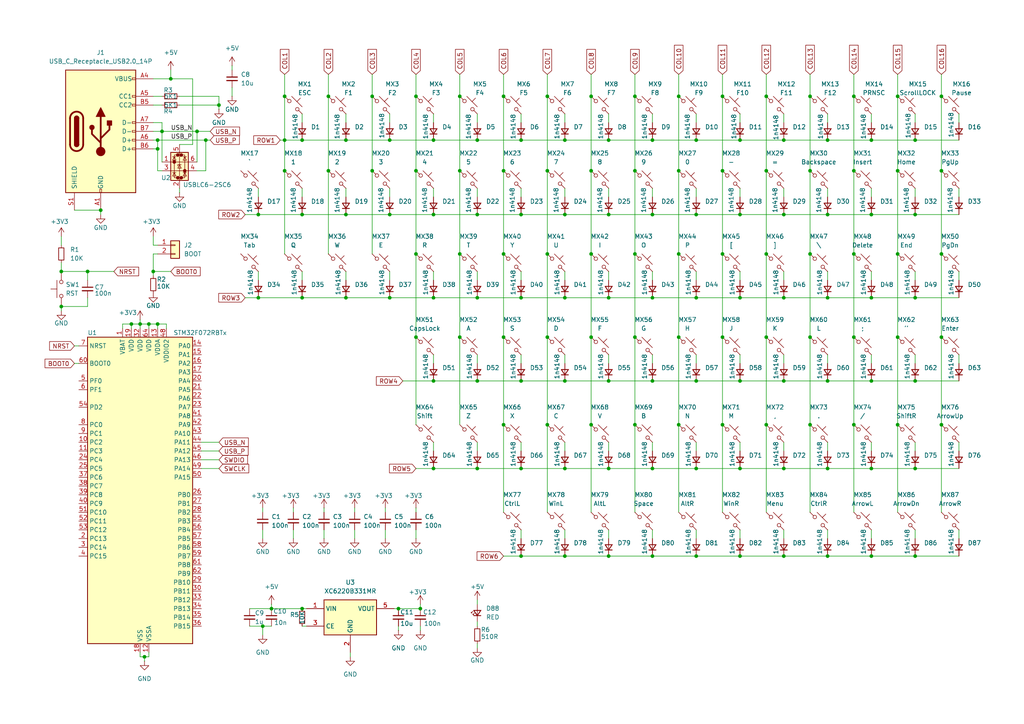
<source format=kicad_sch>
(kicad_sch (version 20231120) (generator "eeschema") (generator_version "8.0")
  (paper "A4")
  (junction (at 163.83 40.64))
  (junction (at 184.15 73.66))
  (junction (at 252.73 135.89))
  (junction (at 265.43 40.64))
  (junction (at 189.23 110.49))
  (junction (at 201.93 161.29))
  (junction (at 265.43 110.49))
  (junction (at 87.63 40.64))
  (junction (at 240.03 62.23))
  (junction (at 252.73 86.36))
  (junction (at 201.93 62.23))
  (junction (at 171.45 97.79))
  (junction (at 87.63 62.23))
  (junction (at 184.15 27.94))
  (junction (at 222.25 123.19))
  (junction (at 120.65 49.53))
  (junction (at 209.55 27.94))
  (junction (at 222.25 49.53))
  (junction (at 176.53 62.23))
  (junction (at 171.45 49.53))
  (junction (at 209.55 73.66))
  (junction (at 171.45 73.66))
  (junction (at 95.25 49.53))
  (junction (at 74.93 62.23))
  (junction (at 151.13 110.49))
  (junction (at 43.18 93.98))
  (junction (at 227.33 62.23))
  (junction (at 265.43 161.29))
  (junction (at 176.53 161.29))
  (junction (at 189.23 40.64))
  (junction (at 113.03 62.23))
  (junction (at 273.05 49.53))
  (junction (at 214.63 40.64))
  (junction (at 240.03 135.89))
  (junction (at 252.73 161.29))
  (junction (at 57.15 38.1))
  (junction (at 265.43 62.23))
  (junction (at 133.35 73.66))
  (junction (at 247.65 123.19))
  (junction (at 158.75 49.53))
  (junction (at 17.78 88.9))
  (junction (at 151.13 135.89))
  (junction (at 252.73 40.64))
  (junction (at 158.75 73.66))
  (junction (at 247.65 49.53))
  (junction (at 120.65 27.94))
  (junction (at 49.53 22.86))
  (junction (at 273.05 123.19))
  (junction (at 196.85 27.94))
  (junction (at 146.05 97.79))
  (junction (at 184.15 97.79))
  (junction (at 201.93 135.89))
  (junction (at 158.75 123.19))
  (junction (at 44.45 78.74))
  (junction (at 45.72 40.64))
  (junction (at 45.72 43.18))
  (junction (at 214.63 62.23))
  (junction (at 45.72 93.98))
  (junction (at 146.05 27.94))
  (junction (at 234.95 123.19))
  (junction (at 240.03 161.29))
  (junction (at 252.73 62.23))
  (junction (at 189.23 86.36))
  (junction (at 234.95 97.79))
  (junction (at 100.33 86.36))
  (junction (at 146.05 49.53))
  (junction (at 125.73 110.49))
  (junction (at 201.93 40.64))
  (junction (at 87.63 86.36))
  (junction (at 41.91 190.5))
  (junction (at 163.83 110.49))
  (junction (at 260.35 27.94))
  (junction (at 273.05 73.66))
  (junction (at 151.13 161.29))
  (junction (at 25.4 78.74))
  (junction (at 76.2 181.61))
  (junction (at 234.95 27.94))
  (junction (at 171.45 27.94))
  (junction (at 273.05 97.79))
  (junction (at 146.05 73.66))
  (junction (at 29.21 60.96))
  (junction (at 189.23 62.23))
  (junction (at 133.35 27.94))
  (junction (at 189.23 161.29))
  (junction (at 196.85 49.53))
  (junction (at 100.33 62.23))
  (junction (at 260.35 49.53))
  (junction (at 227.33 86.36))
  (junction (at 214.63 135.89))
  (junction (at 222.25 97.79))
  (junction (at 247.65 73.66))
  (junction (at 113.03 40.64))
  (junction (at 82.55 27.94))
  (junction (at 247.65 97.79))
  (junction (at 46.99 38.1))
  (junction (at 273.05 27.94))
  (junction (at 214.63 161.29))
  (junction (at 138.43 62.23))
  (junction (at 234.95 49.53))
  (junction (at 176.53 86.36))
  (junction (at 17.78 78.74))
  (junction (at 95.25 27.94))
  (junction (at 189.23 135.89))
  (junction (at 240.03 86.36))
  (junction (at 120.65 97.79))
  (junction (at 227.33 40.64))
  (junction (at 240.03 40.64))
  (junction (at 184.15 49.53))
  (junction (at 151.13 62.23))
  (junction (at 133.35 49.53))
  (junction (at 196.85 123.19))
  (junction (at 227.33 110.49))
  (junction (at 214.63 110.49))
  (junction (at 163.83 86.36))
  (junction (at 78.74 176.53))
  (junction (at 176.53 135.89))
  (junction (at 115.57 176.53))
  (junction (at 125.73 62.23))
  (junction (at 247.65 27.94))
  (junction (at 201.93 110.49))
  (junction (at 113.03 86.36))
  (junction (at 158.75 27.94))
  (junction (at 158.75 97.79))
  (junction (at 201.93 86.36))
  (junction (at 138.43 40.64))
  (junction (at 260.35 123.19))
  (junction (at 176.53 40.64))
  (junction (at 40.64 93.98))
  (junction (at 138.43 135.89))
  (junction (at 138.43 86.36))
  (junction (at 214.63 86.36))
  (junction (at 176.53 110.49))
  (junction (at 260.35 73.66))
  (junction (at 196.85 73.66))
  (junction (at 222.25 73.66))
  (junction (at 138.43 110.49))
  (junction (at 100.33 40.64))
  (junction (at 234.95 73.66))
  (junction (at 133.35 97.79))
  (junction (at 184.15 123.19))
  (junction (at 151.13 40.64))
  (junction (at 163.83 135.89))
  (junction (at 260.35 97.79))
  (junction (at 196.85 97.79))
  (junction (at 82.55 49.53))
  (junction (at 82.55 40.64))
  (junction (at 125.73 40.64))
  (junction (at 252.73 110.49))
  (junction (at 74.93 86.36))
  (junction (at 209.55 49.53))
  (junction (at 209.55 97.79))
  (junction (at 107.95 49.53))
  (junction (at 240.03 110.49))
  (junction (at 121.92 176.53))
  (junction (at 125.73 135.89))
  (junction (at 227.33 135.89))
  (junction (at 265.43 86.36))
  (junction (at 87.63 176.53))
  (junction (at 222.25 27.94))
  (junction (at 63.5 30.48))
  (junction (at 38.1 93.98))
  (junction (at 59.69 40.64))
  (junction (at 171.45 123.19))
  (junction (at 107.95 27.94))
  (junction (at 120.65 73.66))
  (junction (at 163.83 62.23))
  (junction (at 146.05 123.19))
  (junction (at 163.83 161.29))
  (junction (at 125.73 86.36))
  (junction (at 227.33 161.29))
  (junction (at 209.55 123.19))
  (junction (at 265.43 135.89))
  (junction (at 151.13 86.36))
  (wire (pts (xy 227.33 40.64) (xy 240.03 40.64)))
  (wire (pts (xy 240.03 78.74) (xy 240.03 81.28)))
  (wire (pts (xy 163.83 135.89) (xy 176.53 135.89)))
  (wire (pts (xy 240.03 161.29) (xy 252.73 161.29)))
  (wire (pts (xy 87.63 54.61) (xy 87.63 57.15)))
  (wire (pts (xy 189.23 110.49) (xy 201.93 110.49)))
  (wire (pts (xy 265.43 40.64) (xy 278.13 40.64)))
  (wire (pts (xy 214.63 40.64) (xy 227.33 40.64)))
  (wire (pts (xy 113.03 86.36) (xy 125.73 86.36)))
  (wire (pts (xy 138.43 86.36) (xy 151.13 86.36)))
  (wire (pts (xy 240.03 86.36) (xy 252.73 86.36)))
  (wire (pts (xy 163.83 153.67) (xy 163.83 156.21)))
  (wire (pts (xy 201.93 110.49) (xy 214.63 110.49)))
  (wire (pts (xy 273.05 21.59) (xy 273.05 27.94)))
  (wire (pts (xy 209.55 97.79) (xy 209.55 123.19)))
  (wire (pts (xy 252.73 110.49) (xy 265.43 110.49)))
  (wire (pts (xy 214.63 110.49) (xy 227.33 110.49)))
  (wire (pts (xy 151.13 62.23) (xy 163.83 62.23)))
  (wire (pts (xy 214.63 102.87) (xy 214.63 105.41)))
  (wire (pts (xy 234.95 21.59) (xy 234.95 27.94)))
  (wire (pts (xy 133.35 21.59) (xy 133.35 27.94)))
  (wire (pts (xy 201.93 33.02) (xy 201.93 35.56)))
  (wire (pts (xy 44.45 80.01) (xy 44.45 78.74)))
  (wire (pts (xy 252.73 78.74) (xy 252.73 81.28)))
  (wire (pts (xy 278.13 153.67) (xy 278.13 156.21)))
  (wire (pts (xy 46.99 38.1) (xy 57.15 38.1)))
  (wire (pts (xy 113.03 33.02) (xy 113.03 35.56)))
  (wire (pts (xy 222.25 123.19) (xy 222.25 148.59)))
  (wire (pts (xy 125.73 86.36) (xy 138.43 86.36)))
  (wire (pts (xy 113.03 78.74) (xy 113.03 81.28)))
  (wire (pts (xy 46.99 35.56) (xy 46.99 38.1)))
  (wire (pts (xy 163.83 40.64) (xy 176.53 40.64)))
  (wire (pts (xy 146.05 27.94) (xy 146.05 49.53)))
  (wire (pts (xy 189.23 161.29) (xy 201.93 161.29)))
  (wire (pts (xy 111.76 153.67) (xy 111.76 156.21)))
  (wire (pts (xy 48.26 95.25) (xy 48.26 93.98)))
  (wire (pts (xy 120.65 49.53) (xy 120.65 73.66)))
  (wire (pts (xy 43.18 93.98) (xy 43.18 95.25)))
  (wire (pts (xy 189.23 135.89) (xy 201.93 135.89)))
  (wire (pts (xy 120.65 135.89) (xy 125.73 135.89)))
  (wire (pts (xy 40.64 189.23) (xy 40.64 190.5)))
  (wire (pts (xy 176.53 102.87) (xy 176.53 105.41)))
  (wire (pts (xy 260.35 27.94) (xy 260.35 49.53)))
  (wire (pts (xy 45.72 40.64) (xy 59.69 40.64)))
  (wire (pts (xy 252.73 54.61) (xy 252.73 57.15)))
  (wire (pts (xy 125.73 102.87) (xy 125.73 105.41)))
  (wire (pts (xy 116.84 110.49) (xy 125.73 110.49)))
  (wire (pts (xy 196.85 73.66) (xy 196.85 97.79)))
  (wire (pts (xy 87.63 33.02) (xy 87.63 35.56)))
  (wire (pts (xy 44.45 73.66) (xy 45.72 73.66)))
  (wire (pts (xy 101.6 189.23) (xy 101.6 190.5)))
  (wire (pts (xy 227.33 128.27) (xy 227.33 130.81)))
  (wire (pts (xy 201.93 135.89) (xy 214.63 135.89)))
  (wire (pts (xy 278.13 102.87) (xy 278.13 105.41)))
  (wire (pts (xy 247.65 21.59) (xy 247.65 27.94)))
  (wire (pts (xy 189.23 54.61) (xy 189.23 57.15)))
  (wire (pts (xy 71.12 86.36) (xy 74.93 86.36)))
  (wire (pts (xy 201.93 78.74) (xy 201.93 81.28)))
  (wire (pts (xy 41.91 190.5) (xy 40.64 190.5)))
  (wire (pts (xy 163.83 86.36) (xy 176.53 86.36)))
  (wire (pts (xy 209.55 49.53) (xy 209.55 73.66)))
  (wire (pts (xy 273.05 123.19) (xy 273.05 148.59)))
  (wire (pts (xy 201.93 54.61) (xy 201.93 57.15)))
  (wire (pts (xy 125.73 135.89) (xy 138.43 135.89)))
  (wire (pts (xy 45.72 43.18) (xy 45.72 40.64)))
  (wire (pts (xy 100.33 40.64) (xy 113.03 40.64)))
  (wire (pts (xy 196.85 97.79) (xy 196.85 123.19)))
  (wire (pts (xy 265.43 135.89) (xy 278.13 135.89)))
  (wire (pts (xy 209.55 73.66) (xy 209.55 97.79)))
  (wire (pts (xy 214.63 54.61) (xy 214.63 57.15)))
  (wire (pts (xy 163.83 33.02) (xy 163.83 35.56)))
  (wire (pts (xy 44.45 68.58) (xy 44.45 71.12)))
  (wire (pts (xy 72.39 176.53) (xy 78.74 176.53)))
  (wire (pts (xy 43.18 93.98) (xy 45.72 93.98)))
  (wire (pts (xy 201.93 40.64) (xy 214.63 40.64)))
  (wire (pts (xy 184.15 21.59) (xy 184.15 27.94)))
  (wire (pts (xy 176.53 110.49) (xy 189.23 110.49)))
  (wire (pts (xy 107.95 21.59) (xy 107.95 27.94)))
  (wire (pts (xy 55.88 22.86) (xy 49.53 22.86)))
  (wire (pts (xy 133.35 49.53) (xy 133.35 73.66)))
  (wire (pts (xy 95.25 27.94) (xy 95.25 49.53)))
  (wire (pts (xy 252.73 33.02) (xy 252.73 35.56)))
  (wire (pts (xy 278.13 54.61) (xy 278.13 57.15)))
  (wire (pts (xy 55.88 41.91) (xy 55.88 22.86)))
  (wire (pts (xy 146.05 161.29) (xy 151.13 161.29)))
  (wire (pts (xy 58.42 133.35) (xy 63.5 133.35)))
  (wire (pts (xy 265.43 78.74) (xy 265.43 81.28)))
  (wire (pts (xy 138.43 78.74) (xy 138.43 81.28)))
  (wire (pts (xy 240.03 135.89) (xy 252.73 135.89)))
  (wire (pts (xy 44.45 38.1) (xy 46.99 38.1)))
  (wire (pts (xy 201.93 86.36) (xy 214.63 86.36)))
  (wire (pts (xy 113.03 40.64) (xy 125.73 40.64)))
  (wire (pts (xy 214.63 86.36) (xy 227.33 86.36)))
  (wire (pts (xy 125.73 110.49) (xy 138.43 110.49)))
  (wire (pts (xy 45.72 43.18) (xy 45.72 49.53)))
  (wire (pts (xy 260.35 73.66) (xy 260.35 97.79)))
  (wire (pts (xy 196.85 21.59) (xy 196.85 27.94)))
  (wire (pts (xy 176.53 153.67) (xy 176.53 156.21)))
  (wire (pts (xy 260.35 49.53) (xy 260.35 73.66)))
  (wire (pts (xy 222.25 21.59) (xy 222.25 27.94)))
  (wire (pts (xy 247.65 27.94) (xy 247.65 49.53)))
  (wire (pts (xy 151.13 110.49) (xy 163.83 110.49)))
  (wire (pts (xy 93.98 153.67) (xy 93.98 156.21)))
  (wire (pts (xy 52.07 54.61) (xy 52.07 55.88)))
  (wire (pts (xy 176.53 128.27) (xy 176.53 130.81)))
  (wire (pts (xy 100.33 62.23) (xy 113.03 62.23)))
  (wire (pts (xy 176.53 135.89) (xy 189.23 135.89)))
  (wire (pts (xy 201.93 161.29) (xy 214.63 161.29)))
  (wire (pts (xy 234.95 27.94) (xy 234.95 49.53)))
  (wire (pts (xy 151.13 78.74) (xy 151.13 81.28)))
  (wire (pts (xy 17.78 78.74) (xy 25.4 78.74)))
  (wire (pts (xy 46.99 49.53) (xy 45.72 49.53)))
  (wire (pts (xy 196.85 49.53) (xy 196.85 73.66)))
  (wire (pts (xy 87.63 86.36) (xy 100.33 86.36)))
  (wire (pts (xy 82.55 21.59) (xy 82.55 27.94)))
  (wire (pts (xy 44.45 71.12) (xy 45.72 71.12)))
  (wire (pts (xy 25.4 88.9) (xy 17.78 88.9)))
  (wire (pts (xy 189.23 33.02) (xy 189.23 35.56)))
  (wire (pts (xy 43.18 190.5) (xy 43.18 189.23)))
  (wire (pts (xy 85.09 153.67) (xy 85.09 156.21)))
  (wire (pts (xy 52.07 30.48) (xy 63.5 30.48)))
  (wire (pts (xy 265.43 110.49) (xy 278.13 110.49)))
  (wire (pts (xy 120.65 21.59) (xy 120.65 27.94)))
  (wire (pts (xy 240.03 54.61) (xy 240.03 57.15)))
  (wire (pts (xy 201.93 128.27) (xy 201.93 130.81)))
  (wire (pts (xy 227.33 78.74) (xy 227.33 81.28)))
  (wire (pts (xy 189.23 78.74) (xy 189.23 81.28)))
  (wire (pts (xy 189.23 62.23) (xy 201.93 62.23)))
  (wire (pts (xy 95.25 21.59) (xy 95.25 27.94)))
  (wire (pts (xy 171.45 27.94) (xy 171.45 49.53)))
  (wire (pts (xy 184.15 73.66) (xy 184.15 97.79)))
  (wire (pts (xy 184.15 97.79) (xy 184.15 123.19)))
  (wire (pts (xy 163.83 78.74) (xy 163.83 81.28)))
  (wire (pts (xy 273.05 27.94) (xy 273.05 49.53)))
  (wire (pts (xy 17.78 68.58) (xy 17.78 71.12)))
  (wire (pts (xy 44.45 35.56) (xy 46.99 35.56)))
  (wire (pts (xy 72.39 181.61) (xy 76.2 181.61)))
  (wire (pts (xy 201.93 62.23) (xy 214.63 62.23)))
  (wire (pts (xy 227.33 153.67) (xy 227.33 156.21)))
  (wire (pts (xy 87.63 62.23) (xy 100.33 62.23)))
  (wire (pts (xy 125.73 128.27) (xy 125.73 130.81)))
  (wire (pts (xy 107.95 49.53) (xy 107.95 73.66)))
  (wire (pts (xy 265.43 102.87) (xy 265.43 105.41)))
  (wire (pts (xy 125.73 78.74) (xy 125.73 81.28)))
  (wire (pts (xy 87.63 181.61) (xy 88.9 181.61)))
  (wire (pts (xy 209.55 27.94) (xy 209.55 49.53)))
  (wire (pts (xy 120.65 97.79) (xy 120.65 123.19)))
  (wire (pts (xy 265.43 86.36) (xy 278.13 86.36)))
  (wire (pts (xy 138.43 128.27) (xy 138.43 130.81)))
  (wire (pts (xy 38.1 93.98) (xy 40.64 93.98)))
  (wire (pts (xy 25.4 78.74) (xy 33.02 78.74)))
  (wire (pts (xy 273.05 49.53) (xy 273.05 73.66)))
  (wire (pts (xy 252.73 161.29) (xy 265.43 161.29)))
  (wire (pts (xy 151.13 128.27) (xy 151.13 130.81)))
  (wire (pts (xy 151.13 86.36) (xy 163.83 86.36)))
  (wire (pts (xy 29.21 60.96) (xy 29.21 62.23)))
  (wire (pts (xy 240.03 110.49) (xy 252.73 110.49)))
  (wire (pts (xy 252.73 62.23) (xy 265.43 62.23)))
  (wire (pts (xy 163.83 161.29) (xy 176.53 161.29)))
  (wire (pts (xy 247.65 123.19) (xy 247.65 148.59)))
  (wire (pts (xy 44.45 27.94) (xy 46.99 27.94)))
  (wire (pts (xy 176.53 33.02) (xy 176.53 35.56)))
  (wire (pts (xy 133.35 27.94) (xy 133.35 49.53)))
  (wire (pts (xy 189.23 102.87) (xy 189.23 105.41)))
  (wire (pts (xy 151.13 161.29) (xy 163.83 161.29)))
  (wire (pts (xy 17.78 76.2) (xy 17.78 78.74)))
  (wire (pts (xy 214.63 62.23) (xy 227.33 62.23)))
  (wire (pts (xy 52.07 27.94) (xy 63.5 27.94)))
  (wire (pts (xy 214.63 78.74) (xy 214.63 81.28)))
  (wire (pts (xy 265.43 54.61) (xy 265.43 57.15)))
  (wire (pts (xy 40.64 93.98) (xy 43.18 93.98)))
  (wire (pts (xy 214.63 33.02) (xy 214.63 35.56)))
  (wire (pts (xy 133.35 73.66) (xy 133.35 97.79)))
  (wire (pts (xy 227.33 102.87) (xy 227.33 105.41)))
  (wire (pts (xy 240.03 153.67) (xy 240.03 156.21)))
  (wire (pts (xy 247.65 73.66) (xy 247.65 97.79)))
  (wire (pts (xy 138.43 173.99) (xy 138.43 175.26)))
  (wire (pts (xy 125.73 33.02) (xy 125.73 35.56)))
  (wire (pts (xy 95.25 49.53) (xy 95.25 73.66)))
  (wire (pts (xy 265.43 33.02) (xy 265.43 35.56)))
  (wire (pts (xy 227.33 62.23) (xy 240.03 62.23)))
  (wire (pts (xy 151.13 54.61) (xy 151.13 57.15)))
  (wire (pts (xy 82.55 49.53) (xy 82.55 73.66)))
  (wire (pts (xy 57.15 38.1) (xy 57.15 46.99)))
  (wire (pts (xy 102.87 147.32) (xy 102.87 148.59)))
  (wire (pts (xy 138.43 186.69) (xy 138.43 187.96)))
  (wire (pts (xy 49.53 20.32) (xy 49.53 22.86)))
  (wire (pts (xy 163.83 128.27) (xy 163.83 130.81)))
  (wire (pts (xy 74.93 62.23) (xy 87.63 62.23)))
  (wire (pts (xy 278.13 33.02) (xy 278.13 35.56)))
  (wire (pts (xy 76.2 153.67) (xy 76.2 156.21)))
  (wire (pts (xy 163.83 110.49) (xy 176.53 110.49)))
  (wire (pts (xy 151.13 153.67) (xy 151.13 156.21)))
  (wire (pts (xy 171.45 97.79) (xy 171.45 123.19)))
  (wire (pts (xy 85.09 147.32) (xy 85.09 148.59)))
  (wire (pts (xy 38.1 93.98) (xy 38.1 95.25)))
  (wire (pts (xy 49.53 22.86) (xy 44.45 22.86)))
  (wire (pts (xy 201.93 153.67) (xy 201.93 156.21)))
  (wire (pts (xy 146.05 97.79) (xy 146.05 123.19)))
  (wire (pts (xy 171.45 21.59) (xy 171.45 27.94)))
  (wire (pts (xy 58.42 130.81) (xy 63.5 130.81)))
  (wire (pts (xy 120.65 153.67) (xy 120.65 156.21)))
  (wire (pts (xy 138.43 33.02) (xy 138.43 35.56)))
  (wire (pts (xy 214.63 161.29) (xy 227.33 161.29)))
  (wire (pts (xy 146.05 49.53) (xy 146.05 73.66)))
  (wire (pts (xy 227.33 86.36) (xy 240.03 86.36)))
  (wire (pts (xy 240.03 33.02) (xy 240.03 35.56)))
  (wire (pts (xy 158.75 97.79) (xy 158.75 123.19)))
  (wire (pts (xy 278.13 78.74) (xy 278.13 81.28)))
  (wire (pts (xy 115.57 181.61) (xy 115.57 182.88)))
  (wire (pts (xy 151.13 33.02) (xy 151.13 35.56)))
  (wire (pts (xy 260.35 97.79) (xy 260.35 123.19)))
  (wire (pts (xy 44.45 78.74) (xy 49.53 78.74)))
  (wire (pts (xy 100.33 86.36) (xy 113.03 86.36)))
  (wire (pts (xy 41.91 191.77) (xy 41.91 190.5)))
  (wire (pts (xy 138.43 180.34) (xy 138.43 181.61)))
  (wire (pts (xy 82.55 40.64) (xy 87.63 40.64)))
  (wire (pts (xy 189.23 40.64) (xy 201.93 40.64)))
  (wire (pts (xy 163.83 62.23) (xy 176.53 62.23)))
  (wire (pts (xy 133.35 97.79) (xy 133.35 123.19)))
  (wire (pts (xy 247.65 49.53) (xy 247.65 73.66)))
  (wire (pts (xy 113.03 54.61) (xy 113.03 57.15)))
  (wire (pts (xy 120.65 147.32) (xy 120.65 148.59)))
  (wire (pts (xy 76.2 147.32) (xy 76.2 148.59)))
  (wire (pts (xy 41.91 190.5) (xy 43.18 190.5)))
  (wire (pts (xy 278.13 128.27) (xy 278.13 130.81)))
  (wire (pts (xy 138.43 62.23) (xy 151.13 62.23)))
  (wire (pts (xy 260.35 21.59) (xy 260.35 27.94)))
  (wire (pts (xy 171.45 123.19) (xy 171.45 148.59)))
  (wire (pts (xy 100.33 54.61) (xy 100.33 57.15)))
  (wire (pts (xy 171.45 73.66) (xy 171.45 97.79)))
  (wire (pts (xy 138.43 54.61) (xy 138.43 57.15)))
  (wire (pts (xy 234.95 49.53) (xy 234.95 73.66)))
  (wire (pts (xy 87.63 40.64) (xy 100.33 40.64)))
  (wire (pts (xy 46.99 38.1) (xy 46.99 46.99)))
  (wire (pts (xy 196.85 27.94) (xy 196.85 49.53)))
  (wire (pts (xy 176.53 54.61) (xy 176.53 57.15)))
  (wire (pts (xy 265.43 153.67) (xy 265.43 156.21)))
  (wire (pts (xy 273.05 97.79) (xy 273.05 123.19)))
  (wire (pts (xy 78.74 176.53) (xy 87.63 176.53)))
  (wire (pts (xy 81.28 40.64) (xy 82.55 40.64)))
  (wire (pts (xy 59.69 49.53) (xy 59.69 40.64)))
  (wire (pts (xy 120.65 73.66) (xy 120.65 97.79)))
  (wire (pts (xy 163.83 102.87) (xy 163.83 105.41)))
  (wire (pts (xy 252.73 86.36) (xy 265.43 86.36)))
  (wire (pts (xy 78.74 175.26) (xy 78.74 176.53)))
  (wire (pts (xy 176.53 161.29) (xy 189.23 161.29)))
  (wire (pts (xy 252.73 135.89) (xy 265.43 135.89)))
  (wire (pts (xy 227.33 135.89) (xy 240.03 135.89)))
  (wire (pts (xy 25.4 81.28) (xy 25.4 78.74)))
  (wire (pts (xy 138.43 102.87) (xy 138.43 105.41)))
  (wire (pts (xy 57.15 49.53) (xy 59.69 49.53)))
  (wire (pts (xy 189.23 86.36) (xy 201.93 86.36)))
  (wire (pts (xy 222.25 97.79) (xy 222.25 123.19)))
  (wire (pts (xy 44.45 40.64) (xy 45.72 40.64)))
  (wire (pts (xy 25.4 86.36) (xy 25.4 88.9)))
  (wire (pts (xy 113.03 62.23) (xy 125.73 62.23)))
  (wire (pts (xy 227.33 33.02) (xy 227.33 35.56)))
  (wire (pts (xy 227.33 110.49) (xy 240.03 110.49)))
  (wire (pts (xy 184.15 123.19) (xy 184.15 148.59)))
  (wire (pts (xy 114.3 176.53) (xy 115.57 176.53)))
  (wire (pts (xy 100.33 78.74) (xy 100.33 81.28)))
  (wire (pts (xy 171.45 49.53) (xy 171.45 73.66)))
  (wire (pts (xy 158.75 21.59) (xy 158.75 27.94)))
  (wire (pts (xy 58.42 128.27) (xy 63.5 128.27)))
  (wire (pts (xy 76.2 181.61) (xy 76.2 184.15)))
  (wire (pts (xy 151.13 135.89) (xy 163.83 135.89)))
  (wire (pts (xy 45.72 93.98) (xy 48.26 93.98)))
  (wire (pts (xy 125.73 40.64) (xy 138.43 40.64)))
  (wire (pts (xy 125.73 54.61) (xy 125.73 57.15)))
  (wire (pts (xy 125.73 62.23) (xy 138.43 62.23)))
  (wire (pts (xy 146.05 73.66) (xy 146.05 97.79)))
  (wire (pts (xy 209.55 123.19) (xy 209.55 148.59)))
  (wire (pts (xy 21.59 105.41) (xy 22.86 105.41)))
  (wire (pts (xy 74.93 78.74) (xy 74.93 81.28)))
  (wire (pts (xy 214.63 135.89) (xy 227.33 135.89)))
  (wire (pts (xy 35.56 93.98) (xy 38.1 93.98)))
  (wire (pts (xy 222.25 27.94) (xy 222.25 49.53)))
  (wire (pts (xy 138.43 40.64) (xy 151.13 40.64)))
  (wire (pts (xy 158.75 123.19) (xy 158.75 148.59)))
  (wire (pts (xy 176.53 78.74) (xy 176.53 81.28)))
  (wire (pts (xy 222.25 73.66) (xy 222.25 97.79)))
  (wire (pts (xy 21.59 60.96) (xy 29.21 60.96)))
  (wire (pts (xy 63.5 30.48) (xy 63.5 31.75)))
  (wire (pts (xy 201.93 102.87) (xy 201.93 105.41)))
  (wire (pts (xy 35.56 93.98) (xy 35.56 95.25)))
  (wire (pts (xy 40.64 93.98) (xy 40.64 95.25)))
  (wire (pts (xy 17.78 88.9) (xy 17.78 90.17)))
  (wire (pts (xy 240.03 62.23) (xy 252.73 62.23)))
  (wire (pts (xy 74.93 86.36) (xy 87.63 86.36)))
  (wire (pts (xy 209.55 21.59) (xy 209.55 27.94)))
  (wire (pts (xy 265.43 128.27) (xy 265.43 130.81)))
  (wire (pts (xy 44.45 30.48) (xy 46.99 30.48)))
  (wire (pts (xy 189.23 128.27) (xy 189.23 130.81)))
  (wire (pts (xy 58.42 135.89) (xy 63.5 135.89)))
  (wire (pts (xy 52.07 41.91) (xy 55.88 41.91)))
  (wire (pts (xy 45.72 93.98) (xy 45.72 95.25)))
  (wire (pts (xy 196.85 123.19) (xy 196.85 148.59)))
  (wire (pts (xy 222.25 49.53) (xy 222.25 73.66)))
  (wire (pts (xy 121.92 175.26) (xy 121.92 176.53)))
  (wire (pts (xy 67.31 25.4) (xy 67.31 27.94)))
  (wire (pts (xy 265.43 62.23) (xy 278.13 62.23)))
  (wire (pts (xy 100.33 33.02) (xy 100.33 35.56)))
  (wire (pts (xy 76.2 181.61) (xy 78.74 181.61)))
  (wire (pts (xy 252.73 102.87) (xy 252.73 105.41)))
  (wire (pts (xy 121.92 181.61) (xy 121.92 182.88)))
  (wire (pts (xy 146.05 123.19) (xy 146.05 148.59)))
  (wire (pts (xy 214.63 128.27) (xy 214.63 130.81)))
  (wire (pts (xy 102.87 153.67) (xy 102.87 156.21)))
  (wire (pts (xy 87.63 78.74) (xy 87.63 81.28)))
  (wire (pts (xy 184.15 27.94) (xy 184.15 49.53)))
  (wire (pts (xy 234.95 123.19) (xy 234.95 148.59)))
  (wire (pts (xy 44.45 43.18) (xy 45.72 43.18)))
  (wire (pts (xy 93.98 147.32) (xy 93.98 148.59)))
  (wire (pts (xy 252.73 153.67) (xy 252.73 156.21)))
  (wire (pts (xy 87.63 176.53) (xy 88.9 176.53)))
  (wire (pts (xy 176.53 62.23) (xy 189.23 62.23)))
  (wire (pts (xy 59.69 40.64) (xy 60.96 40.64)))
  (wire (pts (xy 227.33 161.29) (xy 240.03 161.29)))
  (wire (pts (xy 21.59 100.33) (xy 22.86 100.33)))
  (wire (pts (xy 63.5 27.94) (xy 63.5 30.48)))
  (wire (pts (xy 260.35 123.19) (xy 260.35 148.59)))
  (wire (pts (xy 146.05 21.59) (xy 146.05 27.94)))
  (wire (pts (xy 158.75 49.53) (xy 158.75 73.66)))
  (wire (pts (xy 234.95 97.79) (xy 234.95 123.19)))
  (wire (pts (xy 227.33 54.61) (xy 227.33 57.15)))
  (wire (pts (xy 120.65 27.94) (xy 120.65 49.53)))
  (wire (pts (xy 158.75 27.94) (xy 158.75 49.53)))
  (wire (pts (xy 265.43 161.29) (xy 278.13 161.29)))
  (wire (pts (xy 189.23 153.67) (xy 189.23 156.21)))
  (wire (pts (xy 252.73 128.27) (xy 252.73 130.81)))
  (wire (pts (xy 240.03 102.87) (xy 240.03 105.41)))
  (wire (pts (xy 273.05 73.66) (xy 273.05 97.79)))
  (wire (pts (xy 74.93 54.61) (xy 74.93 57.15)))
  (wire (pts (xy 67.31 19.05) (xy 67.31 20.32)))
  (wire (pts (xy 138.43 135.89) (xy 151.13 135.89)))
  (wire (pts (xy 176.53 86.36) (xy 189.23 86.36)))
  (wire (pts (xy 57.15 38.1) (xy 60.96 38.1)))
  (wire (pts (xy 176.53 40.64) (xy 189.23 40.64)))
  (wire (pts (xy 163.83 54.61) (xy 163.83 57.15)))
  (wire (pts (xy 240.03 128.27) (xy 240.03 130.81)))
  (wire (pts (xy 111.76 147.32) (xy 111.76 148.59)))
  (wire (pts (xy 252.73 40.64) (xy 265.43 40.64)))
  (wire (pts (xy 234.95 73.66) (xy 234.95 97.79)))
  (wire (pts (xy 151.13 102.87) (xy 151.13 105.41)))
  (wire (pts (xy 151.13 40.64) (xy 163.83 40.64)))
  (wire (pts (xy 158.75 73.66) (xy 158.75 97.79)))
  (wire (pts (xy 115.57 176.53) (xy 121.92 176.53)))
  (wire (pts (xy 138.43 110.49) (xy 151.13 110.49)))
  (wire (pts (xy 247.65 97.79) (xy 247.65 123.19)))
  (wire (pts (xy 184.15 49.53) (xy 184.15 73.66)))
  (wire (pts (xy 40.64 92.71) (xy 40.64 93.98)))
  (wire (pts (xy 107.95 27.94) (xy 107.95 49.53)))
  (wire (pts (xy 240.03 40.64) (xy 252.73 40.64)))
  (wire (pts (xy 82.55 40.64) (xy 82.55 49.53)))
  (wire (pts (xy 82.55 27.94) (xy 82.55 40.64)))
  (wire (pts (xy 44.45 78.74) (xy 44.45 73.66)))
  (wire (pts (xy 214.63 153.67) (xy 214.63 156.21)))
  (wire (pts (xy 71.12 62.23) (xy 74.93 62.23)))
  (label "USB_N" (at 49.53 38.1 0))
  (label "USB_P" (at 49.53 40.64 0))
  (global_label "COL15" (shape input) (at 260.35 21.59 90) (property "Intersheetrefs" "${INTERSHEET_REFS}" (effects (hide yes))))
  (global_label "NRST" (shape input) (at 21.59 100.33 180) (property "Intersheetrefs" "${INTERSHEET_REFS}" (effects (hide yes))))
  (global_label "COL16" (shape input) (at 273.05 21.59 90) (property "Intersheetrefs" "${INTERSHEET_REFS}" (effects (hide yes))))
  (global_label "COL9" (shape input) (at 184.15 21.59 90) (property "Intersheetrefs" "${INTERSHEET_REFS}" (effects (hide yes))))
  (global_label "COL8" (shape input) (at 171.45 21.59 90) (property "Intersheetrefs" "${INTERSHEET_REFS}" (effects (hide yes))))
  (global_label "COL10" (shape input) (at 196.85 21.59 90) (property "Intersheetrefs" "${INTERSHEET_REFS}" (effects (hide yes))))
  (global_label "SWDIO" (shape input) (at 63.5 133.35 0) (property "Intersheetrefs" "${INTERSHEET_REFS}" (effects (hide yes))))
  (global_label "ROW5" (shape input) (at 120.65 135.89 180) (property "Intersheetrefs" "${INTERSHEET_REFS}" (effects (hide yes))))
  (global_label "COL4" (shape input) (at 120.65 21.59 90) (property "Intersheetrefs" "${INTERSHEET_REFS}" (effects (hide yes))))
  (global_label "COL1" (shape input) (at 82.55 21.59 90) (property "Intersheetrefs" "${INTERSHEET_REFS}" (effects (hide yes))))
  (global_label "COL5" (shape input) (at 133.35 21.59 90) (property "Intersheetrefs" "${INTERSHEET_REFS}" (effects (hide yes))))
  (global_label "USB_N" (shape input) (at 60.96 38.1 0) (property "Intersheetrefs" "${INTERSHEET_REFS}" (effects (hide yes))))
  (global_label "USB_N" (shape input) (at 63.5 128.27 0) (property "Intersheetrefs" "${INTERSHEET_REFS}" (effects (hide yes))))
  (global_label "USB_P" (shape input) (at 63.5 130.81 0) (property "Intersheetrefs" "${INTERSHEET_REFS}" (effects (hide yes))))
  (global_label "ROW4" (shape input) (at 116.84 110.49 180) (property "Intersheetrefs" "${INTERSHEET_REFS}" (effects (hide yes))))
  (global_label "BOOT0" (shape input) (at 21.59 105.41 180) (property "Intersheetrefs" "${INTERSHEET_REFS}" (effects (hide yes))))
  (global_label "COL11" (shape input) (at 209.55 21.59 90) (property "Intersheetrefs" "${INTERSHEET_REFS}" (effects (hide yes))))
  (global_label "ROW6" (shape input) (at 146.05 161.29 180) (property "Intersheetrefs" "${INTERSHEET_REFS}" (effects (hide yes))))
  (global_label "SWCLK" (shape input) (at 63.5 135.89 0) (property "Intersheetrefs" "${INTERSHEET_REFS}" (effects (hide yes))))
  (global_label "NRST" (shape input) (at 33.02 78.74 0) (property "Intersheetrefs" "${INTERSHEET_REFS}" (effects (hide yes))))
  (global_label "BOOT0" (shape input) (at 49.53 78.74 0) (property "Intersheetrefs" "${INTERSHEET_REFS}" (effects (hide yes))))
  (global_label "COL13" (shape input) (at 234.95 21.59 90) (property "Intersheetrefs" "${INTERSHEET_REFS}" (effects (hide yes))))
  (global_label "COL2" (shape input) (at 95.25 21.59 90) (property "Intersheetrefs" "${INTERSHEET_REFS}" (effects (hide yes))))
  (global_label "COL6" (shape input) (at 146.05 21.59 90) (property "Intersheetrefs" "${INTERSHEET_REFS}" (effects (hide yes))))
  (global_label "COL14" (shape input) (at 247.65 21.59 90) (property "Intersheetrefs" "${INTERSHEET_REFS}" (effects (hide yes))))
  (global_label "COL12" (shape input) (at 222.25 21.59 90) (property "Intersheetrefs" "${INTERSHEET_REFS}" (effects (hide yes))))
  (global_label "COL7" (shape input) (at 158.75 21.59 90) (property "Intersheetrefs" "${INTERSHEET_REFS}" (effects (hide yes))))
  (global_label "COL3" (shape input) (at 107.95 21.59 90) (property "Intersheetrefs" "${INTERSHEET_REFS}" (effects (hide yes))))
  (global_label "ROW1" (shape input) (at 81.28 40.64 180) (property "Intersheetrefs" "${INTERSHEET_REFS}" (effects (hide yes))))
  (global_label "USB_P" (shape input) (at 60.96 40.64 0) (property "Intersheetrefs" "${INTERSHEET_REFS}" (effects (hide yes))))
  (global_label "ROW2" (shape input) (at 71.12 62.23 180) (property "Intersheetrefs" "${INTERSHEET_REFS}" (effects (hide yes))))
  (global_label "ROW3" (shape input) (at 71.12 86.36 180) (property "Intersheetrefs" "${INTERSHEET_REFS}" (effects (hide yes))))
  (symbol (lib_id "PCM_marbastlib-mx:MX_SW_solder") (at 237.49 30.48 0) (unit 1)
    (property "Reference" "MX13" (at 240.792 24.384 0))
    (property "Value" "F12" (at 240.792 26.924 0))
    (property "Footprint" "PCM_Switch_Keyboard_Cherry_MX:SW_Cherry_MX_PCB_1.00u" (effects (hide yes)))
    (property "Description" "Push button switch, normally open, two pins, 45° tilted" (effects (hide yes)))
  )
  (symbol (lib_id "Device:D_Small") (at 163.83 107.95 90) (unit 1)
    (property "Reference" "D54" (at 166.37 106.6799 90) (effects (justify right)))
    (property "Value" "1n4148" (at 161.544 102.616 0) (effects (justify right)))
    (property "Footprint" "Diode_SMD:D_SOD-123" (effects (hide yes)))
    (property "Description" "Diode, small symbol" (effects (hide yes)))
    (property "Sim.Device" "D" (effects (hide yes)))
    (property "Sim.Pins" "1=K 2=A" (effects (hide yes)))
  )
  (symbol (lib_id "Device:D_Small") (at 201.93 158.75 90) (unit 1)
    (property "Reference" "D81" (at 204.47 157.4799 90) (effects (justify right)))
    (property "Value" "1n4148" (at 199.644 153.416 0) (effects (justify right)))
    (property "Footprint" "Diode_SMD:D_SOD-123" (effects (hide yes)))
    (property "Description" "Diode, small symbol" (effects (hide yes)))
    (property "Sim.Device" "D" (effects (hide yes)))
    (property "Sim.Pins" "1=K 2=A" (effects (hide yes)))
  )
  (symbol (lib_id "PCM_marbastlib-mx:MX_SW_solder") (at 173.99 125.73 0) (unit 1)
    (property "Reference" "MX68" (at 173.99 118.11 0))
    (property "Value" "V" (at 173.99 120.65 0))
    (property "Footprint" "PCM_Switch_Keyboard_Cherry_MX:SW_Cherry_MX_PCB_1.00u" (effects (hide yes)))
    (property "Description" "Push button switch, normally open, two pins, 45° tilted" (effects (hide yes)))
  )
  (symbol (lib_id "Device:C_Small") (at 72.39 179.07 0) (unit 1)
    (property "Reference" "C9" (at 73.914 177.8 0) (effects (justify left)))
    (property "Value" "1u" (at 73.914 180.34 0) (effects (justify left)))
    (property "Footprint" "Capacitor_SMD:C_0603_1608Metric" (effects (hide yes)))
    (property "Description" "Unpolarized capacitor, small symbol" (effects (hide yes)))
  )
  (symbol (lib_id "PCM_marbastlib-mx:MX_SW_solder") (at 212.09 100.33 0) (unit 1)
    (property "Reference" "MX58" (at 212.09 92.71 0))
    (property "Value" "J" (at 212.09 95.25 0))
    (property "Footprint" "PCM_Switch_Keyboard_Cherry_MX:SW_Cherry_MX_PCB_1.00u" (effects (hide yes)))
    (property "Description" "Push button switch, normally open, two pins, 45° tilted" (effects (hide yes)))
  )
  (symbol (lib_id "Device:D_Small") (at 240.03 158.75 90) (unit 1)
    (property "Reference" "D84" (at 242.57 157.4799 90) (effects (justify right)))
    (property "Value" "1n4148" (at 237.744 153.416 0) (effects (justify right)))
    (property "Footprint" "Diode_SMD:D_SOD-123" (effects (hide yes)))
    (property "Description" "Diode, small symbol" (effects (hide yes)))
    (property "Sim.Device" "D" (effects (hide yes)))
    (property "Sim.Pins" "1=K 2=A" (effects (hide yes)))
  )
  (symbol (lib_id "Device:D_Small") (at 176.53 133.35 90) (unit 1)
    (property "Reference" "D68" (at 179.07 132.0799 90) (effects (justify right)))
    (property "Value" "1n4148" (at 174.244 128.016 0) (effects (justify right)))
    (property "Footprint" "Diode_SMD:D_SOD-123" (effects (hide yes)))
    (property "Description" "Diode, small symbol" (effects (hide yes)))
    (property "Sim.Device" "D" (effects (hide yes)))
    (property "Sim.Pins" "1=K 2=A" (effects (hide yes)))
  )
  (symbol (lib_id "Device:D_Small") (at 252.73 133.35 90) (unit 1)
    (property "Reference" "D74" (at 255.27 132.0799 90) (effects (justify right)))
    (property "Value" "1n4148" (at 250.444 128.016 0) (effects (justify right)))
    (property "Footprint" "Diode_SMD:D_SOD-123" (effects (hide yes)))
    (property "Description" "Diode, small symbol" (effects (hide yes)))
    (property "Sim.Device" "D" (effects (hide yes)))
    (property "Sim.Pins" "1=K 2=A" (effects (hide yes)))
  )
  (symbol (lib_id "power:+5V") (at 78.74 175.26 0) (unit 1)
    (property "Reference" "#PWR029" (effects (hide yes)))
    (property "Value" "+5V" (at 78.74 170.18 0))
    (property "Description" "Power symbol creates a global label with name \"+5V\"" (effects (hide yes)))
  )
  (symbol (lib_id "PCM_marbastlib-mx:MX_SW_solder") (at 262.89 125.73 0) (unit 1)
    (property "Reference" "MX75" (at 262.89 118.11 0))
    (property "Value" "ShiftR" (at 262.89 120.65 0))
    (property "Footprint" "PCM_Switch_Keyboard_Cherry_MX:SW_Cherry_MX_PCB_2.75u" (effects (hide yes)))
    (property "Description" "Push button switch, normally open, two pins, 45° tilted" (effects (hide yes)))
  )
  (symbol (lib_id "Device:D_Small") (at 87.63 83.82 90) (unit 1)
    (property "Reference" "D35" (at 90.17 82.5499 90) (effects (justify right)))
    (property "Value" "1n4148" (at 85.344 78.232 0) (effects (justify right)))
    (property "Footprint" "Diode_SMD:D_SOD-123" (effects (hide yes)))
    (property "Description" "Diode, small symbol" (effects (hide yes)))
    (property "Sim.Device" "D" (effects (hide yes)))
    (property "Sim.Pins" "1=K 2=A" (effects (hide yes)))
  )
  (symbol (lib_id "Device:D_Small") (at 201.93 107.95 90) (unit 1)
    (property "Reference" "D57" (at 204.47 106.6799 90) (effects (justify right)))
    (property "Value" "1n4148" (at 199.644 102.616 0) (effects (justify right)))
    (property "Footprint" "Diode_SMD:D_SOD-123" (effects (hide yes)))
    (property "Description" "Diode, small symbol" (effects (hide yes)))
    (property "Sim.Device" "D" (effects (hide yes)))
    (property "Sim.Pins" "1=K 2=A" (effects (hide yes)))
  )
  (symbol (lib_id "power:+3V3") (at 93.98 147.32 0) (unit 1)
    (property "Reference" "#PWR04" (effects (hide yes)))
    (property "Value" "+3V3" (at 93.218 143.764 0))
    (property "Description" "Power symbol creates a global label with name \"+3V3\"" (effects (hide yes)))
  )
  (symbol (lib_id "power:+3V3") (at 44.45 68.58 0) (unit 1)
    (property "Reference" "#PWR017" (effects (hide yes)))
    (property "Value" "+3V3" (at 43.942 64.262 0))
    (property "Description" "Power symbol creates a global label with name \"+3V3\"" (effects (hide yes)))
  )
  (symbol (lib_id "Device:D_Small") (at 176.53 59.69 90) (unit 1)
    (property "Reference" "D25" (at 179.07 58.4199 90) (effects (justify right)))
    (property "Value" "1n4148" (at 173.99 54.356 0) (effects (justify right)))
    (property "Footprint" "Diode_SMD:D_SOD-123" (effects (hide yes)))
    (property "Description" "Diode, small symbol" (effects (hide yes)))
    (property "Sim.Device" "D" (effects (hide yes)))
    (property "Sim.Pins" "1=K 2=A" (effects (hide yes)))
  )
  (symbol (lib_id "Device:D_Small") (at 163.83 133.35 90) (unit 1)
    (property "Reference" "D67" (at 166.37 132.0799 90) (effects (justify right)))
    (property "Value" "1n4148" (at 161.544 128.016 0) (effects (justify right)))
    (property "Footprint" "Diode_SMD:D_SOD-123" (effects (hide yes)))
    (property "Description" "Diode, small symbol" (effects (hide yes)))
    (property "Sim.Device" "D" (effects (hide yes)))
    (property "Sim.Pins" "1=K 2=A" (effects (hide yes)))
  )
  (symbol (lib_id "PCM_marbastlib-mx:MX_SW_solder") (at 262.89 52.07 0) (unit 1)
    (property "Reference" "MX32" (at 262.89 44.45 0))
    (property "Value" "Home" (at 262.89 46.99 0))
    (property "Footprint" "PCM_Switch_Keyboard_Cherry_MX:SW_Cherry_MX_PCB_1.00u" (effects (hide yes)))
    (property "Description" "Push button switch, normally open, two pins, 45° tilted" (effects (hide yes)))
  )
  (symbol (lib_id "PCM_marbastlib-mx:MX_SW_solder") (at 85.09 52.07 0) (unit 1)
    (property "Reference" "MX18" (at 85.09 44.45 0))
    (property "Value" "1" (at 85.09 46.99 0))
    (property "Footprint" "PCM_Switch_Keyboard_Cherry_MX:SW_Cherry_MX_PCB_1.00u" (effects (hide yes)))
    (property "Description" "Push button switch, normally open, two pins, 45° tilted" (effects (hide yes)))
  )
  (symbol (lib_id "PCM_marbastlib-mx:MX_SW_solder") (at 148.59 100.33 0) (unit 1)
    (property "Reference" "MX53" (at 148.59 92.71 0))
    (property "Value" "S" (at 148.59 95.25 0))
    (property "Footprint" "PCM_Switch_Keyboard_Cherry_MX:SW_Cherry_MX_PCB_1.00u" (effects (hide yes)))
    (property "Description" "Push button switch, normally open, two pins, 45° tilted" (effects (hide yes)))
  )
  (symbol (lib_id "PCM_marbastlib-mx:MX_SW_solder") (at 212.09 125.73 0) (unit 1)
    (property "Reference" "MX71" (at 212.09 118.11 0))
    (property "Value" "M" (at 212.09 120.65 0))
    (property "Footprint" "PCM_Switch_Keyboard_Cherry_MX:SW_Cherry_MX_PCB_1.00u" (effects (hide yes)))
    (property "Description" "Push button switch, normally open, two pins, 45° tilted" (effects (hide yes)))
  )
  (symbol (lib_id "Device:D_Small") (at 252.73 83.82 90) (unit 1)
    (property "Reference" "D48" (at 255.27 82.5499 90) (effects (justify right)))
    (property "Value" "1n4148" (at 250.444 78.232 0) (effects (justify right)))
    (property "Footprint" "Diode_SMD:D_SOD-123" (effects (hide yes)))
    (property "Description" "Diode, small symbol" (effects (hide yes)))
    (property "Sim.Device" "D" (effects (hide yes)))
    (property "Sim.Pins" "1=K 2=A" (effects (hide yes)))
  )
  (symbol (lib_id "PCM_marbastlib-mx:MX_SW_solder") (at 199.39 100.33 0) (unit 1)
    (property "Reference" "MX57" (at 199.39 92.71 0))
    (property "Value" "H" (at 199.39 95.25 0))
    (property "Footprint" "PCM_Switch_Keyboard_Cherry_MX:SW_Cherry_MX_PCB_1.00u" (effects (hide yes)))
    (property "Description" "Push button switch, normally open, two pins, 45° tilted" (effects (hide yes)))
  )
  (symbol (lib_id "Device:D_Small") (at 151.13 83.82 90) (unit 1)
    (property "Reference" "D40" (at 153.67 82.5499 90) (effects (justify right)))
    (property "Value" "1n4148" (at 148.844 78.232 0) (effects (justify right)))
    (property "Footprint" "Diode_SMD:D_SOD-123" (effects (hide yes)))
    (property "Description" "Diode, small symbol" (effects (hide yes)))
    (property "Sim.Device" "D" (effects (hide yes)))
    (property "Sim.Pins" "1=K 2=A" (effects (hide yes)))
  )
  (symbol (lib_id "Device:D_Small") (at 189.23 158.75 90) (unit 1)
    (property "Reference" "D80" (at 191.77 157.4799 90) (effects (justify right)))
    (property "Value" "1n4148" (at 186.944 153.416 0) (effects (justify right)))
    (property "Footprint" "Diode_SMD:D_SOD-123" (effects (hide yes)))
    (property "Description" "Diode, small symbol" (effects (hide yes)))
    (property "Sim.Device" "D" (effects (hide yes)))
    (property "Sim.Pins" "1=K 2=A" (effects (hide yes)))
  )
  (symbol (lib_id "PCM_marbastlib-mx:MX_SW_solder") (at 123.19 52.07 0) (unit 1)
    (property "Reference" "MX21" (at 123.19 44.45 0))
    (property "Value" "4" (at 123.19 46.99 0))
    (property "Footprint" "PCM_Switch_Keyboard_Cherry_MX:SW_Cherry_MX_PCB_1.00u" (effects (hide yes)))
    (property "Description" "Push button switch, normally open, two pins, 45° tilted" (effects (hide yes)))
  )
  (symbol (lib_id "PCM_marbastlib-mx:MX_SW_solder") (at 161.29 76.2 0) (unit 1)
    (property "Reference" "MX41" (at 161.29 68.58 0))
    (property "Value" "U" (at 161.29 71.12 0))
    (property "Footprint" "PCM_Switch_Keyboard_Cherry_MX:SW_Cherry_MX_PCB_1.00u" (effects (hide yes)))
    (property "Description" "Push button switch, normally open, two pins, 45° tilted" (effects (hide yes)))
  )
  (symbol (lib_id "PCM_marbastlib-mx:MX_SW_solder") (at 224.79 151.13 0) (unit 1)
    (property "Reference" "MX83" (at 224.79 143.51 0))
    (property "Value" "Menu" (at 224.79 146.05 0))
    (property "Footprint" "PCM_Switch_Keyboard_Cherry_MX:SW_Cherry_MX_PCB_1.25u" (effects (hide yes)))
    (property "Description" "Push button switch, normally open, two pins, 45° tilted" (effects (hide yes)))
  )
  (symbol (lib_id "PCM_marbastlib-mx:MX_SW_solder") (at 85.09 30.48 0) (unit 1)
    (property "Reference" "MX1" (at 88.392 24.384 0))
    (property "Value" "ESC" (at 88.392 26.924 0))
    (property "Footprint" "PCM_Switch_Keyboard_Cherry_MX:SW_Cherry_MX_PCB_1.00u" (effects (hide yes)))
    (property "Description" "Push button switch, normally open, two pins, 45° tilted" (effects (hide yes)))
  )
  (symbol (lib_id "Device:R_Small") (at 87.63 179.07 0) (unit 1)
    (property "Reference" "R5" (at 84.074 178.308 0) (effects (justify left)))
    (property "Value" "10K" (at 87.63 181.102 90) (effects (justify left)))
    (property "Footprint" "Resistor_SMD:R_0402_1005Metric" (effects (hide yes)))
    (property "Description" "Resistor, small symbol" (effects (hide yes)))
  )
  (symbol (lib_id "PCM_marbastlib-mx:MX_SW_solder") (at 224.79 52.07 0) (unit 1)
    (property "Reference" "MX29" (at 224.79 44.45 0))
    (property "Value" "=" (at 224.79 46.99 0))
    (property "Footprint" "PCM_Switch_Keyboard_Cherry_MX:SW_Cherry_MX_PCB_1.00u" (effects (hide yes)))
    (property "Description" "Push button switch, normally open, two pins, 45° tilted" (effects (hide yes)))
  )
  (symbol (lib_id "Device:C_Small") (at 111.76 151.13 0) (unit 1)
    (property "Reference" "C5" (at 114.3 149.8662 0) (effects (justify left)))
    (property "Value" "100n" (at 114.3 152.4062 0) (effects (justify left)))
    (property "Footprint" "Capacitor_SMD:C_0402_1005Metric" (effects (hide yes)))
    (property "Description" "Unpolarized capacitor, small symbol" (effects (hide yes)))
  )
  (symbol (lib_id "power:+3V3") (at 120.65 147.32 0) (unit 1)
    (property "Reference" "#PWR07" (effects (hide yes)))
    (property "Value" "+3V3" (at 119.888 143.764 0))
    (property "Description" "Power symbol creates a global label with name \"+3V3\"" (effects (hide yes)))
  )
  (symbol (lib_id "Device:D_Small") (at 176.53 107.95 90) (unit 1)
    (property "Reference" "D55" (at 179.07 106.6799 90) (effects (justify right)))
    (property "Value" "1n4148" (at 174.244 102.616 0) (effects (justify right)))
    (property "Footprint" "Diode_SMD:D_SOD-123" (effects (hide yes)))
    (property "Description" "Diode, small symbol" (effects (hide yes)))
    (property "Sim.Device" "D" (effects (hide yes)))
    (property "Sim.Pins" "1=K 2=A" (effects (hide yes)))
  )
  (symbol (lib_id "Device:D_Small") (at 113.03 38.1 90) (unit 1)
    (property "Reference" "D3" (at 115.57 36.8299 90) (effects (justify right)))
    (property "Value" "1n4148" (at 110.744 32.766 0) (effects (justify right)))
    (property "Footprint" "Diode_SMD:D_SOD-123" (effects (hide yes)))
    (property "Description" "Diode, small symbol" (effects (hide yes)))
    (property "Sim.Device" "D" (effects (hide yes)))
    (property "Sim.Pins" "1=K 2=A" (effects (hide yes)))
  )
  (symbol (lib_id "Device:D_Small") (at 189.23 107.95 90) (unit 1)
    (property "Reference" "D56" (at 191.77 106.6799 90) (effects (justify right)))
    (property "Value" "1n4148" (at 186.944 102.616 0) (effects (justify right)))
    (property "Footprint" "Diode_SMD:D_SOD-123" (effects (hide yes)))
    (property "Description" "Diode, small symbol" (effects (hide yes)))
    (property "Sim.Device" "D" (effects (hide yes)))
    (property "Sim.Pins" "1=K 2=A" (effects (hide yes)))
  )
  (symbol (lib_id "PCM_marbastlib-mx:MX_SW_solder") (at 212.09 30.48 0) (unit 1)
    (property "Reference" "MX11" (at 215.392 24.384 0))
    (property "Value" "F10" (at 215.392 26.924 0))
    (property "Footprint" "PCM_Switch_Keyboard_Cherry_MX:SW_Cherry_MX_PCB_1.00u" (effects (hide yes)))
    (property "Description" "Push button switch, normally open, two pins, 45° tilted" (effects (hide yes)))
  )
  (symbol (lib_id "Device:D_Small") (at 163.83 158.75 90) (unit 1)
    (property "Reference" "D78" (at 166.37 157.4799 90) (effects (justify right)))
    (property "Value" "1n4148" (at 161.544 153.416 0) (effects (justify right)))
    (property "Footprint" "Diode_SMD:D_SOD-123" (effects (hide yes)))
    (property "Description" "Diode, small symbol" (effects (hide yes)))
    (property "Sim.Device" "D" (effects (hide yes)))
    (property "Sim.Pins" "1=K 2=A" (effects (hide yes)))
  )
  (symbol (lib_id "PCM_marbastlib-mx:MX_SW_solder") (at 212.09 52.07 0) (unit 1)
    (property "Reference" "MX28" (at 212.09 44.45 0))
    (property "Value" "-" (at 212.09 46.99 0))
    (property "Footprint" "PCM_Switch_Keyboard_Cherry_MX:SW_Cherry_MX_PCB_1.00u" (effects (hide yes)))
    (property "Description" "Push button switch, normally open, two pins, 45° tilted" (effects (hide yes)))
  )
  (symbol (lib_id "PCM_marbastlib-mx:MX_SW_solder") (at 161.29 52.07 0) (unit 1)
    (property "Reference" "MX24" (at 161.29 44.45 0))
    (property "Value" "7" (at 161.29 46.99 0))
    (property "Footprint" "PCM_Switch_Keyboard_Cherry_MX:SW_Cherry_MX_PCB_1.00u" (effects (hide yes)))
    (property "Description" "Push button switch, normally open, two pins, 45° tilted" (effects (hide yes)))
  )
  (symbol (lib_id "PCM_marbastlib-mx:MX_SW_solder") (at 237.49 76.2 0) (unit 1)
    (property "Reference" "MX47" (at 237.49 68.58 0))
    (property "Value" "\\" (at 237.49 71.12 0))
    (property "Footprint" "PCM_Switch_Keyboard_Cherry_MX:SW_Cherry_MX_PCB_1.50u" (effects (hide yes)))
    (property "Description" "Push button switch, normally open, two pins, 45° tilted" (effects (hide yes)))
  )
  (symbol (lib_id "Device:D_Small") (at 227.33 133.35 90) (unit 1)
    (property "Reference" "D72" (at 229.87 132.0799 90) (effects (justify right)))
    (property "Value" "1n4148" (at 225.044 128.016 0) (effects (justify right)))
    (property "Footprint" "Diode_SMD:D_SOD-123" (effects (hide yes)))
    (property "Description" "Diode, small symbol" (effects (hide yes)))
    (property "Sim.Device" "D" (effects (hide yes)))
    (property "Sim.Pins" "1=K 2=A" (effects (hide yes)))
  )
  (symbol (lib_id "Device:D_Small") (at 265.43 83.82 90) (unit 1)
    (property "Reference" "D49" (at 267.97 82.5499 90) (effects (justify right)))
    (property "Value" "1n4148" (at 263.144 78.232 0) (effects (justify right)))
    (property "Footprint" "Diode_SMD:D_SOD-123" (effects (hide yes)))
    (property "Description" "Diode, small symbol" (effects (hide yes)))
    (property "Sim.Device" "D" (effects (hide yes)))
    (property "Sim.Pins" "1=K 2=A" (effects (hide yes)))
  )
  (symbol (lib_id "PCM_marbastlib-mx:MX_SW_solder") (at 135.89 52.07 0) (unit 1)
    (property "Reference" "MX22" (at 135.89 44.45 0))
    (property "Value" "5" (at 135.89 46.99 0))
    (property "Footprint" "PCM_Switch_Keyboard_Cherry_MX:SW_Cherry_MX_PCB_1.00u" (effects (hide yes)))
    (property "Description" "Push button switch, normally open, two pins, 45° tilted" (effects (hide yes)))
  )
  (symbol (lib_id "Device:D_Small") (at 163.83 59.69 90) (unit 1)
    (property "Reference" "D24" (at 166.37 58.4199 90) (effects (justify right)))
    (property "Value" "1n4148" (at 161.29 54.356 0) (effects (justify right)))
    (property "Footprint" "Diode_SMD:D_SOD-123" (effects (hide yes)))
    (property "Description" "Diode, small symbol" (effects (hide yes)))
    (property "Sim.Device" "D" (effects (hide yes)))
    (property "Sim.Pins" "1=K 2=A" (effects (hide yes)))
  )
  (symbol (lib_id "power:+5V") (at 67.31 19.05 0) (unit 1)
    (property "Reference" "#PWR023" (effects (hide yes)))
    (property "Value" "+5V" (at 67.31 13.97 0))
    (property "Description" "Power symbol creates a global label with name \"+5V\"" (effects (hide yes)))
  )
  (symbol (lib_id "Device:D_Small") (at 278.13 83.82 90) (unit 1)
    (property "Reference" "D50" (at 280.67 82.5499 90) (effects (justify right)))
    (property "Value" "1n4148" (at 275.844 78.232 0) (effects (justify right)))
    (property "Footprint" "Diode_SMD:D_SOD-123" (effects (hide yes)))
    (property "Description" "Diode, small symbol" (effects (hide yes)))
    (property "Sim.Device" "D" (effects (hide yes)))
    (property "Sim.Pins" "1=K 2=A" (effects (hide yes)))
  )
  (symbol (lib_id "PCM_marbastlib-mx:MX_SW_solder") (at 148.59 125.73 0) (unit 1)
    (property "Reference" "MX66" (at 148.59 118.11 0))
    (property "Value" "X" (at 148.59 120.65 0))
    (property "Footprint" "PCM_Switch_Keyboard_Cherry_MX:SW_Cherry_MX_PCB_1.00u" (effects (hide yes)))
    (property "Description" "Push button switch, normally open, two pins, 45° tilted" (effects (hide yes)))
  )
  (symbol (lib_id "Device:D_Small") (at 240.03 38.1 90) (unit 1)
    (property "Reference" "D13" (at 242.57 36.8299 90) (effects (justify right)))
    (property "Value" "1n4148" (at 237.998 33.02 0) (effects (justify right)))
    (property "Footprint" "Diode_SMD:D_SOD-123" (effects (hide yes)))
    (property "Description" "Diode, small symbol" (effects (hide yes)))
    (property "Sim.Device" "D" (effects (hide yes)))
    (property "Sim.Pins" "1=K 2=A" (effects (hide yes)))
  )
  (symbol (lib_id "PCM_marbastlib-mx:MX_SW_solder") (at 186.69 100.33 0) (unit 1)
    (property "Reference" "MX56" (at 186.69 92.71 0))
    (property "Value" "G" (at 186.69 95.25 0))
    (property "Footprint" "PCM_Switch_Keyboard_Cherry_MX:SW_Cherry_MX_PCB_1.00u" (effects (hide yes)))
    (property "Description" "Push button switch, normally open, two pins, 45° tilted" (effects (hide yes)))
  )
  (symbol (lib_id "Device:D_Small") (at 201.93 133.35 90) (unit 1)
    (property "Reference" "D70" (at 204.47 132.0799 90) (effects (justify right)))
    (property "Value" "1n4148" (at 199.644 128.016 0) (effects (justify right)))
    (property "Footprint" "Diode_SMD:D_SOD-123" (effects (hide yes)))
    (property "Description" "Diode, small symbol" (effects (hide yes)))
    (property "Sim.Device" "D" (effects (hide yes)))
    (property "Sim.Pins" "1=K 2=A" (effects (hide yes)))
  )
  (symbol (lib_id "power:GND") (at 138.43 187.96 0) (unit 1)
    (property "Reference" "#PWR031" (effects (hide yes)))
    (property "Value" "GND" (at 138.43 191.516 0))
    (property "Description" "Power symbol creates a global label with name \"GND\" , ground" (effects (hide yes)))
  )
  (symbol (lib_id "PCM_marbastlib-mx:MX_SW_solder") (at 250.19 125.73 0) (unit 1)
    (property "Reference" "MX74" (at 250.19 118.11 0))
    (property "Value" "/" (at 250.19 120.65 0))
    (property "Footprint" "PCM_Switch_Keyboard_Cherry_MX:SW_Cherry_MX_PCB_1.00u" (effects (hide yes)))
    (property "Description" "Push button switch, normally open, two pins, 45° tilted" (effects (hide yes)))
  )
  (symbol (lib_id "PCM_marbastlib-mx:MX_SW_solder") (at 110.49 30.48 0) (unit 1)
    (property "Reference" "MX3" (at 113.792 24.384 0))
    (property "Value" "F2" (at 113.792 26.924 0))
    (property "Footprint" "PCM_Switch_Keyboard_Cherry_MX:SW_Cherry_MX_PCB_1.00u" (effects (hide yes)))
    (property "Description" "Push button switch, normally open, two pins, 45° tilted" (effects (hide yes)))
  )
  (symbol (lib_id "Device:D_Small") (at 125.73 83.82 90) (unit 1)
    (property "Reference" "D38" (at 128.27 82.5499 90) (effects (justify right)))
    (property "Value" "1n4148" (at 123.444 78.232 0) (effects (justify right)))
    (property "Footprint" "Diode_SMD:D_SOD-123" (effects (hide yes)))
    (property "Description" "Diode, small symbol" (effects (hide yes)))
    (property "Sim.Device" "D" (effects (hide yes)))
    (property "Sim.Pins" "1=K 2=A" (effects (hide yes)))
  )
  (symbol (lib_id "Device:D_Small") (at 252.73 158.75 90) (unit 1)
    (property "Reference" "D85" (at 255.27 157.4799 90) (effects (justify right)))
    (property "Value" "1n4148" (at 250.444 153.416 0) (effects (justify right)))
    (property "Footprint" "Diode_SMD:D_SOD-123" (effects (hide yes)))
    (property "Description" "Diode, small symbol" (effects (hide yes)))
    (property "Sim.Device" "D" (effects (hide yes)))
    (property "Sim.Pins" "1=K 2=A" (effects (hide yes)))
  )
  (symbol (lib_id "Device:C_Small") (at 121.92 179.07 0) (unit 1)
    (property "Reference" "C12" (at 122.682 177.546 0) (effects (justify left)))
    (property "Value" "100n" (at 122.936 180.848 0) (effects (justify left)))
    (property "Footprint" "Capacitor_SMD:C_0603_1608Metric" (effects (hide yes)))
    (property "Description" "Unpolarized capacitor, small symbol" (effects (hide yes)))
  )
  (symbol (lib_id "Device:R_Small") (at 49.53 27.94 90) (unit 1)
    (property "Reference" "R3" (at 48.768 26.162 90))
    (property "Value" "5K1" (at 49.53 27.94 90))
    (property "Footprint" "Resistor_SMD:R_0402_1005Metric" (effects (hide yes)))
    (property "Description" "Resistor, small symbol" (effects (hide yes)))
  )
  (symbol (lib_id "power:GND") (at 76.2 184.15 0) (unit 1)
    (property "Reference" "#PWR025" (effects (hide yes)))
    (property "Value" "GND" (at 76.2 189.23 0))
    (property "Description" "Power symbol creates a global label with name \"GND\" , ground" (effects (hide yes)))
  )
  (symbol (lib_id "Device:D_Small") (at 151.13 107.95 90) (unit 1)
    (property "Reference" "D53" (at 153.67 106.6799 90) (effects (justify right)))
    (property "Value" "1n4148" (at 148.844 102.616 0) (effects (justify right)))
    (property "Footprint" "Diode_SMD:D_SOD-123" (effects (hide yes)))
    (property "Description" "Diode, small symbol" (effects (hide yes)))
    (property "Sim.Device" "D" (effects (hide yes)))
    (property "Sim.Pins" "1=K 2=A" (effects (hide yes)))
  )
  (symbol (lib_id "Device:C_Small") (at 78.74 179.07 0) (unit 1)
    (property "Reference" "C10" (at 79.248 177.292 0) (effects (justify left)))
    (property "Value" "10n" (at 79.502 180.594 0) (effects (justify left)))
    (property "Footprint" "Capacitor_SMD:C_0603_1608Metric" (effects (hide yes)))
    (property "Description" "Unpolarized capacitor, small symbol" (effects (hide yes)))
  )
  (symbol (lib_id "Device:D_Small") (at 125.73 133.35 90) (unit 1)
    (property "Reference" "D64" (at 128.27 132.0799 90) (effects (justify right)))
    (property "Value" "1n4148" (at 123.444 128.016 0) (effects (justify right)))
    (property "Footprint" "Diode_SMD:D_SOD-123" (effects (hide yes)))
    (property "Description" "Diode, small symbol" (effects (hide yes)))
    (property "Sim.Device" "D" (effects (hide yes)))
    (property "Sim.Pins" "1=K 2=A" (effects (hide yes)))
  )
  (symbol (lib_id "power:GND") (at 52.07 55.88 0) (unit 1)
    (property "Reference" "#PWR022" (effects (hide yes)))
    (property "Value" "GND" (at 52.07 59.69 0))
    (property "Description" "Power symbol creates a global label with name \"GND\" , ground" (effects (hide yes)))
  )
  (symbol (lib_id "Device:D_Small") (at 125.73 59.69 90) (unit 1)
    (property "Reference" "D21" (at 128.27 58.4199 90) (effects (justify right)))
    (property "Value" "1n4148" (at 123.19 54.356 0) (effects (justify right)))
    (property "Footprint" "Diode_SMD:D_SOD-123" (effects (hide yes)))
    (property "Description" "Diode, small symbol" (effects (hide yes)))
    (property "Sim.Device" "D" (effects (hide yes)))
    (property "Sim.Pins" "1=K 2=A" (effects (hide yes)))
  )
  (symbol (lib_id "PCM_marbastlib-mx:MX_SW_solder") (at 161.29 151.13 0) (unit 1)
    (property "Reference" "MX78" (at 161.29 143.51 0))
    (property "Value" "WinL" (at 161.29 146.05 0))
    (property "Footprint" "PCM_Switch_Keyboard_Cherry_MX:SW_Cherry_MX_PCB_1.25u" (effects (hide yes)))
    (property "Description" "Push button switch, normally open, two pins, 45° tilted" (effects (hide yes)))
  )
  (symbol (lib_id "Device:D_Small") (at 151.13 133.35 90) (unit 1)
    (property "Reference" "D66" (at 153.67 132.0799 90) (effects (justify right)))
    (property "Value" "1n4148" (at 148.844 128.016 0) (effects (justify right)))
    (property "Footprint" "Diode_SMD:D_SOD-123" (effects (hide yes)))
    (property "Description" "Diode, small symbol" (effects (hide yes)))
    (property "Sim.Device" "D" (effects (hide yes)))
    (property "Sim.Pins" "1=K 2=A" (effects (hide yes)))
  )
  (symbol (lib_id "Device:D_Small") (at 138.43 133.35 90) (unit 1)
    (property "Reference" "D65" (at 140.97 132.0799 90) (effects (justify right)))
    (property "Value" "1n4148" (at 136.144 128.016 0) (effects (justify right)))
    (property "Footprint" "Diode_SMD:D_SOD-123" (effects (hide yes)))
    (property "Description" "Diode, small symbol" (effects (hide yes)))
    (property "Sim.Device" "D" (effects (hide yes)))
    (property "Sim.Pins" "1=K 2=A" (effects (hide yes)))
  )
  (symbol (lib_id "PCM_marbastlib-mx:MX_SW_solder") (at 275.59 30.48 0) (unit 1)
    (property "Reference" "MX16" (at 278.892 24.384 0))
    (property "Value" "Pause" (at 278.892 26.924 0))
    (property "Footprint" "PCM_Switch_Keyboard_Cherry_MX:SW_Cherry_MX_PCB_1.00u" (effects (hide yes)))
    (property "Description" "Push button switch, normally open, two pins, 45° tilted" (effects (hide yes)))
  )
  (symbol (lib_id "power:+3V3") (at 76.2 147.32 0) (unit 1)
    (property "Reference" "#PWR02" (effects (hide yes)))
    (property "Value" "+3V3" (at 75.438 143.764 0))
    (property "Description" "Power symbol creates a global label with name \"+3V3\"" (effects (hide yes)))
  )
  (symbol (lib_id "Device:D_Small") (at 214.63 59.69 90) (unit 1)
    (property "Reference" "D28" (at 217.17 58.4199 90) (effects (justify right)))
    (property "Value" "1n4148" (at 212.09 54.356 0) (effects (justify right)))
    (property "Footprint" "Diode_SMD:D_SOD-123" (effects (hide yes)))
    (property "Description" "Diode, small symbol" (effects (hide yes)))
    (property "Sim.Device" "D" (effects (hide yes)))
    (property "Sim.Pins" "1=K 2=A" (effects (hide yes)))
  )
  (symbol (lib_id "power:GND") (at 121.92 182.88 0) (unit 1)
    (property "Reference" "#PWR028" (effects (hide yes)))
    (property "Value" "GND" (at 121.92 187.96 0))
    (property "Description" "Power symbol creates a global label with name \"GND\" , ground" (effects (hide yes)))
  )
  (symbol (lib_id "Device:D_Small") (at 252.73 59.69 90) (unit 1)
    (property "Reference" "D31" (at 255.27 58.4199 90) (effects (justify right)))
    (property "Value" "1n4148" (at 250.19 54.356 0) (effects (justify right)))
    (property "Footprint" "Diode_SMD:D_SOD-123" (effects (hide yes)))
    (property "Description" "Diode, small symbol" (effects (hide yes)))
    (property "Sim.Device" "D" (effects (hide yes)))
    (property "Sim.Pins" "1=K 2=A" (effects (hide yes)))
  )
  (symbol (lib_id "PCM_marbastlib-mx:MX_SW_solder") (at 173.99 30.48 0) (unit 1)
    (property "Reference" "MX8" (at 177.292 24.384 0))
    (property "Value" "F7" (at 177.292 26.924 0))
    (property "Footprint" "PCM_Switch_Keyboard_Cherry_MX:SW_Cherry_MX_PCB_1.00u" (effects (hide yes)))
    (property "Description" "Push button switch, normally open, two pins, 45° tilted" (effects (hide yes)))
  )
  (symbol (lib_id "Device:C_Small") (at 25.4 83.82 0) (unit 1)
    (property "Reference" "C7" (at 27.432 83.312 0) (effects (justify left)))
    (property "Value" "100n" (at 27.432 85.09 0) (effects (justify left)))
    (property "Footprint" "Capacitor_SMD:C_0402_1005Metric" (effects (hide yes)))
    (property "Description" "Unpolarized capacitor, small symbol" (effects (hide yes)))
  )
  (symbol (lib_id "PCM_marbastlib-mx:MX_SW_solder") (at 250.19 76.2 0) (unit 1)
    (property "Reference" "MX48" (at 250.19 68.58 0))
    (property "Value" "Delete" (at 250.19 71.12 0))
    (property "Footprint" "PCM_Switch_Keyboard_Cherry_MX:SW_Cherry_MX_PCB_1.00u" (effects (hide yes)))
    (property "Description" "Push button switch, normally open, two pins, 45° tilted" (effects (hide yes)))
  )
  (symbol (lib_id "PCM_marbastlib-mx:MX_SW_solder") (at 173.99 100.33 0) (unit 1)
    (property "Reference" "MX55" (at 173.99 92.71 0))
    (property "Value" "F" (at 173.99 95.25 0))
    (property "Footprint" "PCM_Switch_Keyboard_Cherry_MX:SW_Cherry_MX_PCB_1.00u" (effects (hide yes)))
    (property "Description" "Push button switch, normally open, two pins, 45° tilted" (effects (hide yes)))
  )
  (symbol (lib_id "Device:D_Small") (at 87.63 59.69 90) (unit 1)
    (property "Reference" "D18" (at 90.17 58.4199 90) (effects (justify right)))
    (property "Value" "1n4148" (at 85.09 54.356 0) (effects (justify right)))
    (property "Footprint" "Diode_SMD:D_SOD-123" (effects (hide yes)))
    (property "Description" "Diode, small symbol" (effects (hide yes)))
    (property "Sim.Device" "D" (effects (hide yes)))
    (property "Sim.Pins" "1=K 2=A" (effects (hide yes)))
  )
  (symbol (lib_id "PCM_marbastlib-mx:MX_SW_solder") (at 123.19 125.73 0) (unit 1)
    (property "Reference" "MX64" (at 123.19 118.11 0))
    (property "Value" "Shift" (at 123.19 120.65 0))
    (property "Footprint" "PCM_Switch_Keyboard_Cherry_MX:SW_Cherry_MX_PCB_2.25u" (effects (hide yes)))
    (property "Description" "Push button switch, normally open, two pins, 45° tilted" (effects (hide yes)))
  )
  (symbol (lib_id "Device:C_Small") (at 115.57 179.07 0) (unit 1)
    (property "Reference" "C11" (at 116.078 177.546 0) (effects (justify left)))
    (property "Value" "10u" (at 116.078 180.848 0) (effects (justify left)))
    (property "Footprint" "Capacitor_SMD:C_0603_1608Metric" (effects (hide yes)))
    (property "Description" "Unpolarized capacitor, small symbol" (effects (hide yes)))
  )
  (symbol (lib_id "PCM_marbastlib-mx:MX_SW_solder") (at 110.49 52.07 0) (unit 1)
    (property "Reference" "MX20" (at 110.49 44.45 0))
    (property "Value" "3" (at 110.49 46.99 0))
    (property "Footprint" "PCM_Switch_Keyboard_Cherry_MX:SW_Cherry_MX_PCB_1.00u" (effects (hide yes)))
    (property "Description" "Push button switch, normally open, two pins, 45° tilted" (effects (hide yes)))
  )
  (symbol (lib_id "power:+3V3") (at 121.92 175.26 0) (unit 1)
    (property "Reference" "#PWR030" (effects (hide yes)))
    (property "Value" "+3V3" (at 121.158 171.704 0))
    (property "Description" "Power symbol creates a global label with name \"+3V3\"" (effects (hide yes)))
  )
  (symbol (lib_id "power:+3V3") (at 40.64 92.71 0) (unit 1)
    (property "Reference" "#PWR01" (effects (hide yes)))
    (property "Value" "+3V3" (at 37.084 90.678 0))
    (property "Description" "Power symbol creates a global label with name \"+3V3\"" (effects (hide yes)))
  )
  (symbol (lib_id "Device:R_Small") (at 17.78 73.66 180) (unit 1)
    (property "Reference" "R1" (at 20.32 72.3899 0) (effects (justify right)))
    (property "Value" "10K" (at 20.32 74.9299 0) (effects (justify right)))
    (property "Footprint" "Resistor_SMD:R_0402_1005Metric" (effects (hide yes)))
    (property "Description" "Resistor, small symbol" (effects (hide yes)))
  )
  (symbol (lib_id "Device:D_Small") (at 227.33 158.75 90) (unit 1)
    (property "Reference" "D83" (at 229.87 157.4799 90) (effects (justify right)))
    (property "Value" "1n4148" (at 225.044 153.416 0) (effects (justify right)))
    (property "Footprint" "Diode_SMD:D_SOD-123" (effects (hide yes)))
    (property "Description" "Diode, small symbol" (effects (hide yes)))
    (property "Sim.Device" "D" (effects (hide yes)))
    (property "Sim.Pins" "1=K 2=A" (effects (hide yes)))
  )
  (symbol (lib_id "PCM_marbastlib-mx:MX_SW_solder") (at 262.89 151.13 0) (unit 1)
    (property "Reference" "MX86" (at 262.89 143.51 0))
    (property "Value" "ArrowDn" (at 262.89 146.05 0))
    (property "Footprint" "PCM_Switch_Keyboard_Cherry_MX:SW_Cherry_MX_PCB_1.00u" (effects (hide yes)))
    (property "Description" "Push button switch, normally open, two pins, 45° tilted" (effects (hide yes)))
  )
  (symbol (lib_id "PCM_marbastlib-mx:MX_SW_solder") (at 262.89 76.2 0) (unit 1)
    (property "Reference" "MX49" (at 262.89 68.58 0))
    (property "Value" "End" (at 262.89 71.12 0))
    (property "Footprint" "PCM_Switch_Keyboard_Cherry_MX:SW_Cherry_MX_PCB_1.00u" (effects (hide yes)))
    (property "Description" "Push button switch, normally open, two pins, 45° tilted" (effects (hide yes)))
  )
  (symbol (lib_id "Device:D_Small") (at 138.43 59.69 90) (unit 1)
    (property "Reference" "D22" (at 140.97 58.4199 90) (effects (justify right)))
    (property "Value" "1n4148" (at 135.89 54.356 0) (effects (justify right)))
    (property "Footprint" "Diode_SMD:D_SOD-123" (effects (hide yes)))
    (property "Description" "Diode, small symbol" (effects (hide yes)))
    (property "Sim.Device" "D" (effects (hide yes)))
    (property "Sim.Pins" "1=K 2=A" (effects (hide yes)))
  )
  (symbol (lib_id "Device:D_Small") (at 201.93 38.1 90) (unit 1)
    (property "Reference" "D10" (at 204.47 36.8299 90) (effects (justify right)))
    (property "Value" "1n4148" (at 199.39 33.02 0) (effects (justify right)))
    (property "Footprint" "Diode_SMD:D_SOD-123" (effects (hide yes)))
    (property "Description" "Diode, small symbol" (effects (hide yes)))
    (property "Sim.Device" "D" (effects (hide yes)))
    (property "Sim.Pins" "1=K 2=A" (effects (hide yes)))
  )
  (symbol (lib_id "Device:D_Small") (at 265.43 38.1 90) (unit 1)
    (property "Reference" "D15" (at 267.97 36.8299 90) (effects (justify right)))
    (property "Value" "1n4148" (at 263.398 32.766 0) (effects (justify right)))
    (property "Footprint" "Diode_SMD:D_SOD-123" (effects (hide yes)))
    (property "Description" "Diode, small symbol" (effects (hide yes)))
    (property "Sim.Device" "D" (effects (hide yes)))
    (property "Sim.Pins" "1=K 2=A" (effects (hide yes)))
  )
  (symbol (lib_id "PCM_marbastlib-mx:MX_SW_solder") (at 135.89 100.33 0) (unit 1)
    (property "Reference" "MX52" (at 135.89 92.71 0))
    (property "Value" "A" (at 135.89 95.25 0))
    (property "Footprint" "PCM_Switch_Keyboard_Cherry_MX:SW_Cherry_MX_PCB_1.00u" (effects (hide yes)))
    (property "Description" "Push button switch, normally open, two pins, 45° tilted" (effects (hide yes)))
  )
  (symbol (lib_id "Device:D_Small") (at 189.23 133.35 90) (unit 1)
    (property "Reference" "D69" (at 191.77 132.0799 90) (effects (justify right)))
    (property "Value" "1n4148" (at 186.944 128.016 0) (effects (justify right)))
    (property "Footprint" "Diode_SMD:D_SOD-123" (effects (hide yes)))
    (property "Description" "Diode, small symbol" (effects (hide yes)))
    (property "Sim.Device" "D" (effects (hide yes)))
    (property "Sim.Pins" "1=K 2=A" (effects (hide yes)))
  )
  (symbol (lib_id "Device:D_Small") (at 176.53 83.82 90) (unit 1)
    (property "Reference" "D42" (at 179.07 82.5499 90) (effects (justify right)))
    (property "Value" "1n4148" (at 174.244 78.232 0) (effects (justify right)))
    (property "Footprint" "Diode_SMD:D_SOD-123" (effects (hide yes)))
    (property "Description" "Diode, small symbol" (effects (hide yes)))
    (property "Sim.Device" "D" (effects (hide yes)))
    (property "Sim.Pins" "1=K 2=A" (effects (hide yes)))
  )
  (symbol (lib_id "Device:LED_Small") (at 138.43 177.8 90) (unit 1)
    (property "Reference" "D88" (at 140.97 176.4664 90) (effects (justify right)))
    (property "Value" "RED" (at 140.97 179.0064 90) (effects (justify right)))
    (property "Footprint" "LED_SMD:LED_0603_1608Metric" (effects (hide yes)))
    (property "Description" "Light emitting diode, small symbol" (effects (hide yes)))
  )
  (symbol (lib_id "PCM_marbastlib-mx:MX_SW_solder") (at 224.79 30.48 0) (unit 1)
    (property "Reference" "MX12" (at 228.092 24.384 0))
    (property "Value" "F11" (at 228.092 26.924 0))
    (property "Footprint" "PCM_Switch_Keyboard_Cherry_MX:SW_Cherry_MX_PCB_1.00u" (effects (hide yes)))
    (property "Description" "Push button switch, normally open, two pins, 45° tilted" (effects (hide yes)))
  )
  (symbol (lib_id "Device:C_Small") (at 85.09 151.13 0) (unit 1)
    (property "Reference" "C2" (at 87.63 149.8662 0) (effects (justify left)))
    (property "Value" "100n" (at 87.63 152.4062 0) (effects (justify left)))
    (property "Footprint" "Capacitor_SMD:C_0402_1005Metric" (effects (hide yes)))
    (property "Description" "Unpolarized capacitor, small symbol" (effects (hide yes)))
  )
  (symbol (lib_id "PCM_marbastlib-mx:MX_SW_solder") (at 199.39 76.2 0) (unit 1)
    (property "Reference" "MX44" (at 199.39 68.58 0))
    (property "Value" "P" (at 199.39 71.12 0))
    (property "Footprint" "PCM_Switch_Keyboard_Cherry_MX:SW_Cherry_MX_PCB_1.00u" (effects (hide yes)))
    (property "Description" "Push button switch, normally open, two pins, 45° tilted" (effects (hide yes)))
  )
  (symbol (lib_id "PCM_marbastlib-mx:MX_SW_solder") (at 275.59 52.07 0) (unit 1)
    (property "Reference" "MX33" (at 275.59 44.45 0))
    (property "Value" "PgUp" (at 275.59 46.99 0))
    (property "Footprint" "PCM_Switch_Keyboard_Cherry_MX:SW_Cherry_MX_PCB_1.00u" (effects (hide yes)))
    (property "Description" "Push button switch, normally open, two pins, 45° tilted" (effects (hide yes)))
  )
  (symbol (lib_id "PCM_marbastlib-mx:MX_SW_solder") (at 212.09 151.13 0) (unit 1)
    (property "Reference" "MX82" (at 212.09 143.51 0))
    (property "Value" "WinR" (at 212.09 146.05 0))
    (property "Footprint" "PCM_Switch_Keyboard_Cherry_MX:SW_Cherry_MX_PCB_1.25u" (effects (hide yes)))
    (property "Description" "Push button switch, normally open, two pins, 45° tilted" (effects (hide yes)))
  )
  (symbol (lib_id "Switch:SW_Push") (at 17.78 83.82 90) (unit 1)
    (property "Reference" "SW1" (at 19.05 82.5499 90) (effects (justify right)))
    (property "Value" "RST" (at 19.05 85.0899 90) (effects (justify right)))
    (property "Footprint" "Button_Switch_SMD:SW_SPST_B3U-1000P" (effects (hide yes)))
    (property "Description" "Push button switch, generic, two pins" (effects (hide yes)))
  )
  (symbol (lib_id "power:+5V") (at 138.43 173.99 0) (unit 1)
    (property "Reference" "#PWR032" (effects (hide yes)))
    (property "Value" "+5V" (at 138.43 170.18 0))
    (property "Description" "Power symbol creates a global label with name \"+5V\"" (effects (hide yes)))
  )
  (symbol (lib_id "Device:D_Small") (at 74.93 59.69 90) (unit 1)
    (property "Reference" "D17" (at 77.47 58.4199 90) (effects (justify right)))
    (property "Value" "1n4148" (at 72.39 54.356 0) (effects (justify right)))
    (property "Footprint" "Diode_SMD:D_SOD-123" (effects (hide yes)))
    (property "Description" "Diode, small symbol" (effects (hide yes)))
    (property "Sim.Device" "D" (effects (hide yes)))
    (property "Sim.Pins" "1=K 2=A" (effects (hide yes)))
  )
  (symbol (lib_id "Device:D_Small") (at 189.23 59.69 90) (unit 1)
    (property "Reference" "D26" (at 191.77 58.4199 90) (effects (justify right)))
    (property "Value" "1n4148" (at 186.69 54.356 0) (effects (justify right)))
    (property "Footprint" "Diode_SMD:D_SOD-123" (effects (hide yes)))
    (property "Description" "Diode, small symbol" (effects (hide yes)))
    (property "Sim.Device" "D" (effects (hide yes)))
    (property "Sim.Pins" "1=K 2=A" (effects (hide yes)))
  )
  (symbol (lib_id "power:GND") (at 29.21 62.23 0) (unit 1)
    (property "Reference" "#PWR021" (effects (hide yes)))
    (property "Value" "GND" (at 29.21 66.04 0))
    (property "Description" "Power symbol creates a global label with name \"GND\" , ground" (effects (hide yes)))
  )
  (symbol (lib_id "PCM_marbastlib-mx:MX_SW_solder") (at 123.19 100.33 0) (unit 1)
    (property "Reference" "MX51" (at 123.19 92.71 0))
    (property "Value" "CapsLock" (at 123.19 95.25 0))
    (property "Footprint" "PCM_Switch_Keyboard_Cherry_MX:SW_Cherry_MX_PCB_1.75u" (effects (hide yes)))
    (property "Description" "Push button switch, normally open, two pins, 45° tilted" (effects (hide yes)))
  )
  (symbol (lib_id "PCM_marbastlib-mx:MX_SW_solder") (at 250.19 100.33 0) (unit 1)
    (property "Reference" "MX61" (at 250.19 92.71 0))
    (property "Value" ";" (at 250.19 95.25 0))
    (property "Footprint" "PCM_Switch_Keyboard_Cherry_MX:SW_Cherry_MX_PCB_1.00u" (effects (hide yes)))
    (property "Description" "Push button switch, normally open, two pins, 45° tilted" (effects (hide yes)))
  )
  (symbol (lib_id "PCM_marbastlib-mx:MX_SW_solder") (at 186.69 76.2 0) (unit 1)
    (property "Reference" "MX43" (at 186.69 68.58 0))
    (property "Value" "O" (at 186.69 71.12 0))
    (property "Footprint" "PCM_Switch_Keyboard_Cherry_MX:SW_Cherry_MX_PCB_1.00u" (effects (hide yes)))
    (property "Description" "Push button switch, normally open, two pins, 45° tilted" (effects (hide yes)))
  )
  (symbol (lib_id "power:+3V3") (at 111.76 147.32 0) (unit 1)
    (property "Reference" "#PWR06" (effects (hide yes)))
    (property "Value" "+3V3" (at 111.252 143.764 0))
    (property "Description" "Power symbol creates a global label with name \"+3V3\"" (effects (hide yes)))
  )
  (symbol (lib_id "Device:D_Small") (at 214.63 158.75 90) (unit 1)
    (property "Reference" "D82" (at 217.17 157.4799 90) (effects (justify right)))
    (property "Value" "1n4148" (at 212.344 153.416 0) (effects (justify right)))
    (property "Footprint" "Diode_SMD:D_SOD-123" (effects (hide yes)))
    (property "Description" "Diode, small symbol" (effects (hide yes)))
    (property "Sim.Device" "D" (effects (hide yes)))
    (property "Sim.Pins" "1=K 2=A" (effects (hide yes)))
  )
  (symbol (lib_id "PCM_marbastlib-mx:MX_SW_solder") (at 224.79 76.2 0) (unit 1)
    (property "Reference" "MX46" (at 224.79 68.58 0))
    (property "Value" "]" (at 224.79 71.12 0))
    (property "Footprint" "PCM_Switch_Keyboard_Cherry_MX:SW_Cherry_MX_PCB_1.00u" (effects (hide yes)))
    (property "Description" "Push button switch, normally open, two pins, 45° tilted" (effects (hide yes)))
  )
  (symbol (lib_id "Device:D_Small") (at 227.33 59.69 90) (unit 1)
    (property "Reference" "D29" (at 229.87 58.4199 90) (effects (justify right)))
    (property "Value" "1n4148" (at 224.79 54.356 0) (effects (justify right)))
    (property "Footprint" "Diode_SMD:D_SOD-123" (effects (hide yes)))
    (property "Description" "Diode, small symbol" (effects (hide yes)))
    (property "Sim.Device" "D" (effects (hide yes)))
    (property "Sim.Pins" "1=K 2=A" (effects (hide yes)))
  )
  (symbol (lib_id "Device:D_Small") (at 151.13 59.69 90) (unit 1)
    (property "Reference" "D23" (at 153.67 58.4199 90) (effects (justify right)))
    (property "Value" "1n4148" (at 148.59 54.356 0) (effects (justify right)))
    (property "Footprint" "Diode_SMD:D_SOD-123" (effects (hide yes)))
    (property "Description" "Diode, small symbol" (effects (hide yes)))
    (property "Sim.Device" "D" (effects (hide yes)))
    (property "Sim.Pins" "1=K 2=A" (effects (hide yes)))
  )
  (symbol (lib_id "PCM_marbastlib-mx:MX_SW_solder") (at 173.99 76.2 0) (unit 1)
    (property "Reference" "MX42" (at 173.99 68.58 0))
    (property "Value" "I" (at 173.99 71.12 0))
    (property "Footprint" "PCM_Switch_Keyboard_Cherry_MX:SW_Cherry_MX_PCB_1.00u" (effects (hide yes)))
    (property "Description" "Push button switch, normally open, two pins, 45° tilted" (effects (hide yes)))
  )
  (symbol (lib_id "PCM_marbastlib-mx:MX_SW_solder") (at 199.39 151.13 0) (unit 1)
    (property "Reference" "MX81" (at 199.39 143.51 0))
    (property "Value" "AltR" (at 199.39 146.05 0))
    (property "Footprint" "PCM_Switch_Keyboard_Cherry_MX:SW_Cherry_MX_PCB_1.25u" (effects (hide yes)))
    (property "Description" "Push button switch, normally open, two pins, 45° tilted" (effects (hide yes)))
  )
  (symbol (lib_id "PCM_marbastlib-mx:MX_SW_solder") (at 97.79 30.48 0) (unit 1)
    (property "Reference" "MX2" (at 101.092 24.384 0))
    (property "Value" "F1" (at 101.092 26.924 0))
    (property "Footprint" "PCM_Switch_Keyboard_Cherry_MX:SW_Cherry_MX_PCB_1.00u" (effects (hide yes)))
    (property "Description" "Push button switch, normally open, two pins, 45° tilted" (effects (hide yes)))
  )
  (symbol (lib_id "Device:D_Small") (at 278.13 107.95 90) (unit 1)
    (property "Reference" "D63" (at 280.67 106.6799 90) (effects (justify right)))
    (property "Value" "1n4148" (at 275.844 102.616 0) (effects (justify right)))
    (property "Footprint" "Diode_SMD:D_SOD-123" (effects (hide yes)))
    (property "Description" "Diode, small symbol" (effects (hide yes)))
    (property "Sim.Device" "D" (effects (hide yes)))
    (property "Sim.Pins" "1=K 2=A" (effects (hide yes)))
  )
  (symbol (lib_id "Device:D_Small") (at 125.73 38.1 90) (unit 1)
    (property "Reference" "D4" (at 128.27 36.8299 90) (effects (justify right)))
    (property "Value" "1n4148" (at 123.444 33.02 0) (effects (justify right)))
    (property "Footprint" "Diode_SMD:D_SOD-123" (effects (hide yes)))
    (property "Description" "Diode, small symbol" (effects (hide yes)))
    (property "Sim.Device" "D" (effects (hide yes)))
    (property "Sim.Pins" "1=K 2=A" (effects (hide yes)))
  )
  (symbol (lib_id "power:+3V3") (at 17.78 68.58 0) (unit 1)
    (property "Reference" "#PWR016" (effects (hide yes)))
    (property "Value" "+3V3" (at 17.272 64.262 0))
    (property "Description" "Power symbol creates a global label with name \"+3V3\"" (effects (hide yes)))
  )
  (symbol (lib_id "Device:D_Small") (at 113.03 59.69 90) (unit 1)
    (property "Reference" "D20" (at 115.57 58.4199 90) (effects (justify right)))
    (property "Value" "1n4148" (at 110.49 54.356 0) (effects (justify right)))
    (property "Footprint" "Diode_SMD:D_SOD-123" (effects (hide yes)))
    (property "Description" "Diode, small symbol" (effects (hide yes)))
    (property "Sim.Device" "D" (effects (hide yes)))
    (property "Sim.Pins" "1=K 2=A" (effects (hide yes)))
  )
  (symbol (lib_id "Device:D_Small") (at 265.43 107.95 90) (unit 1)
    (property "Reference" "D62" (at 267.97 106.6799 90) (effects (justify right)))
    (property "Value" "1n4148" (at 263.144 102.616 0) (effects (justify right)))
    (property "Footprint" "Diode_SMD:D_SOD-123" (effects (hide yes)))
    (property "Description" "Diode, small symbol" (effects (hide yes)))
    (property "Sim.Device" "D" (effects (hide yes)))
    (property "Sim.Pins" "1=K 2=A" (effects (hide yes)))
  )
  (symbol (lib_id "power:GND") (at 67.31 27.94 0) (unit 1)
    (property "Reference" "#PWR024" (effects (hide yes)))
    (property "Value" "GND" (at 67.31 31.75 0))
    (property "Description" "Power symbol creates a global label with name \"GND\" , ground" (effects (hide yes)))
  )
  (symbol (lib_id "PCM_marbastlib-mx:MX_SW_solder") (at 148.59 151.13 0) (unit 1)
    (property "Reference" "MX77" (at 148.59 143.51 0))
    (property "Value" "CtrlL" (at 148.59 146.05 0))
    (property "Footprint" "PCM_Switch_Keyboard_Cherry_MX:SW_Cherry_MX_PCB_1.25u" (effects (hide yes)))
    (property "Description" "Push button switch, normally open, two pins, 45° tilted" (effects (hide yes)))
  )
  (symbol (lib_id "Device:D_Small") (at 201.93 83.82 90) (unit 1)
    (property "Reference" "D44" (at 204.47 82.5499 90) (effects (justify right)))
    (property "Value" "1n4148" (at 199.644 78.232 0) (effects (justify right)))
    (property "Footprint" "Diode_SMD:D_SOD-123" (effects (hide yes)))
    (property "Description" "Diode, small symbol" (effects (hide yes)))
    (property "Sim.Device" "D" (effects (hide yes)))
    (property "Sim.Pins" "1=K 2=A" (effects (hide yes)))
  )
  (symbol (lib_id "PCM_marbastlib-mx:MX_SW_solder") (at 275.59 76.2 0) (unit 1)
    (property "Reference" "MX50" (at 275.59 68.58 0))
    (property "Value" "PgDn" (at 275.59 71.12 0))
    (property "Footprint" "PCM_Switch_Keyboard_Cherry_MX:SW_Cherry_MX_PCB_1.00u" (effects (hide yes)))
    (property "Description" "Push button switch, normally open, two pins, 45° tilted" (effects (hide yes)))
  )
  (symbol (lib_id "PCM_marbastlib-mx:MX_SW_solder") (at 262.89 30.48 0) (unit 1)
    (property "Reference" "MX15" (at 266.192 24.384 0))
    (property "Value" "ScrollLOCK" (at 266.192 26.924 0))
    (property "Footprint" "PCM_Switch_Keyboard_Cherry_MX:SW_Cherry_MX_PCB_1.00u" (effects (hide yes)))
    (property "Description" "Push button switch, normally open, two pins, 45° tilted" (effects (hide yes)))
  )
  (symbol (lib_id "Device:D_Small") (at 278.13 38.1 90) (unit 1)
    (property "Reference" "D16" (at 280.67 36.8299 90) (effects (justify right)))
    (property "Value" "1n4148" (at 275.844 32.512 0) (effects (justify right)))
    (property "Footprint" "Diode_SMD:D_SOD-123" (effects (hide yes)))
    (property "Description" "Diode, small symbol" (effects (hide yes)))
    (property "Sim.Device" "D" (effects (hide yes)))
    (property "Sim.Pins" "1=K 2=A" (effects (hide yes)))
  )
  (symbol (lib_id "Device:D_Small") (at 227.33 38.1 90) (unit 1)
    (property "Reference" "D12" (at 229.87 36.8299 90) (effects (justify right)))
    (property "Value" "1n4148" (at 225.044 33.274 0) (effects (justify right)))
    (property "Footprint" "Diode_SMD:D_SOD-123" (effects (hide yes)))
    (property "Description" "Diode, small symbol" (effects (hide yes)))
    (property "Sim.Device" "D" (effects (hide yes)))
    (property "Sim.Pins" "1=K 2=A" (effects (hide yes)))
  )
  (symbol (lib_id "Device:R_Small") (at 44.45 82.55 180) (unit 1)
    (property "Reference" "R2" (at 45.466 81.026 0) (effects (justify right)))
    (property "Value" "10K" (at 45.466 83.058 0) (effects (justify right)))
    (property "Footprint" "Resistor_SMD:R_0402_1005Metric" (effects (hide yes)))
    (property "Description" "Resistor, small symbol" (effects (hide yes)))
  )
  (symbol (lib_id "Device:D_Small") (at 252.73 107.95 90) (unit 1)
    (property "Reference" "D61" (at 255.27 106.6799 90) (effects (justify right)))
    (property "Value" "1n4148" (at 250.444 102.616 0) (effects (justify right)))
    (property "Footprint" "Diode_SMD:D_SOD-123" (effects (hide yes)))
    (property "Description" "Diode, small symbol" (effects (hide yes)))
    (property "Sim.Device" "D" (effects (hide yes)))
    (property "Sim.Pins" "1=K 2=A" (effects (hide yes)))
  )
  (symbol (lib_id "power:GND") (at 102.87 156.21 0) (unit 1)
    (property "Reference" "#PWR011" (effects (hide yes)))
    (property "Value" "GND" (at 102.87 160.02 0))
    (property "Description" "Power symbol creates a global label with name \"GND\" , ground" (effects (hide yes)))
  )
  (symbol (lib_id "PCM_marbastlib-mx:MX_SW_solder") (at 161.29 125.73 0) (unit 1)
    (property "Reference" "MX67" (at 161.29 118.11 0))
    (property "Value" "C" (at 161.29 120.65 0))
    (property "Footprint" "PCM_Switch_Keyboard_Cherry_MX:SW_Cherry_MX_PCB_1.00u" (effects (hide yes)))
    (property "Description" "Push button switch, normally open, two pins, 45° tilted" (effects (hide yes)))
  )
  (symbol (lib_id "Device:D_Small") (at 100.33 83.82 90) (unit 1)
    (property "Reference" "D36" (at 102.87 82.5499 90) (effects (justify right)))
    (property "Value" "1n4148" (at 98.044 78.232 0) (effects (justify right)))
    (property "Footprint" "Diode_SMD:D_SOD-123" (effects (hide yes)))
    (property "Description" "Diode, small symbol" (effects (hide yes)))
    (property "Sim.Device" "D" (effects (hide yes)))
    (property "Sim.Pins" "1=K 2=A" (effects (hide yes)))
  )
  (symbol (lib_id "PCM_marbastlib-mx:MX_SW_solder") (at 135.89 30.48 0) (unit 1)
    (property "Reference" "MX5" (at 139.192 24.384 0))
    (property "Value" "F4" (at 139.192 26.924 0))
    (property "Footprint" "PCM_Switch_Keyboard_Cherry_MX:SW_Cherry_MX_PCB_1.00u" (effects (hide yes)))
    (property "Description" "Push button switch, normally open, two pins, 45° tilted" (effects (hide yes)))
  )
  (symbol (lib_id "power:GND") (at 41.91 191.77 0) (unit 1)
    (property "Reference" "#PWR014" (effects (hide yes)))
    (property "Value" "GND" (at 41.91 196.85 0))
    (property "Description" "Power symbol creates a global label with name \"GND\" , ground" (effects (hide yes)))
  )
  (symbol (lib_id "Device:C_Small") (at 76.2 151.13 0) (unit 1)
    (property "Reference" "C1" (at 78.74 149.8662 0) (effects (justify left)))
    (property "Value" "100n" (at 78.74 152.4062 0) (effects (justify left)))
    (property "Footprint" "Capacitor_SMD:C_0402_1005Metric" (effects (hide yes)))
    (property "Description" "Unpolarized capacitor, small symbol" (effects (hide yes)))
  )
  (symbol (lib_id "Device:D_Small") (at 278.13 59.69 90) (unit 1)
    (property "Reference" "D33" (at 280.67 58.4199 90) (effects (justify right)))
    (property "Value" "1n4148" (at 275.59 54.356 0) (effects (justify right)))
    (property "Footprint" "Diode_SMD:D_SOD-123" (effects (hide yes)))
    (property "Description" "Diode, small symbol" (effects (hide yes)))
    (property "Sim.Device" "D" (effects (hide yes)))
    (property "Sim.Pins" "1=K 2=A" (effects (hide yes)))
  )
  (symbol (lib_id "Device:D_Small") (at 201.93 59.69 90) (unit 1)
    (property "Reference" "D27" (at 204.47 58.4199 90) (effects (justify right)))
    (property "Value" "1n4148" (at 199.39 54.356 0) (effects (justify right)))
    (property "Footprint" "Diode_SMD:D_SOD-123" (effects (hide yes)))
    (property "Description" "Diode, small symbol" (effects (hide yes)))
    (property "Sim.Device" "D" (effects (hide yes)))
    (property "Sim.Pins" "1=K 2=A" (effects (hide yes)))
  )
  (symbol (lib_id "Device:D_Small") (at 227.33 107.95 90) (unit 1)
    (property "Reference" "D59" (at 229.87 106.6799 90) (effects (justify right)))
    (property "Value" "1n4148" (at 225.044 102.616 0) (effects (justify right)))
    (property "Footprint" "Diode_SMD:D_SOD-123" (effects (hide yes)))
    (property "Description" "Diode, small symbol" (effects (hide yes)))
    (property "Sim.Device" "D" (effects (hide yes)))
    (property "Sim.Pins" "1=K 2=A" (effects (hide yes)))
  )
  (symbol (lib_id "PCM_marbastlib-mx:MX_SW_solder") (at 250.19 52.07 0) (unit 1)
    (property "Reference" "MX31" (at 250.19 44.45 0))
    (property "Value" "Insert" (at 250.19 46.99 0))
    (property "Footprint" "PCM_Switch_Keyboard_Cherry_MX:SW_Cherry_MX_PCB_1.00u" (effects (hide yes)))
    (property "Description" "Push button switch, normally open, two pins, 45° tilted" (effects (hide yes)))
  )
  (symbol (lib_id "Device:D_Small") (at 113.03 83.82 90) (unit 1)
    (property "Reference" "D37" (at 115.57 82.5499 90) (effects (justify right)))
    (property "Value" "1n4148" (at 110.744 78.232 0) (effects (justify right)))
    (property "Footprint" "Diode_SMD:D_SOD-123" (effects (hide yes)))
    (property "Description" "Diode, small symbol" (effects (hide yes)))
    (property "Sim.Device" "D" (effects (hide yes)))
    (property "Sim.Pins" "1=K 2=A" (effects (hide yes)))
  )
  (symbol (lib_id "PCM_marbastlib-mx:MX_SW_solder") (at 173.99 151.13 0) (unit 1)
    (property "Reference" "MX79" (at 173.99 143.51 0))
    (property "Value" "AltL" (at 173.99 146.05 0))
    (property "Footprint" "PCM_Switch_Keyboard_Cherry_MX:SW_Cherry_MX_PCB_1.25u" (effects (hide yes)))
    (property "Description" "Push button switch, normally open, two pins, 45° tilted" (effects (hide yes)))
  )
  (symbol (lib_id "Device:D_Small") (at 100.33 59.69 90) (unit 1)
    (property "Reference" "D19" (at 102.87 58.4199 90) (effects (justify right)))
    (property "Value" "1n4148" (at 97.79 54.356 0) (effects (justify right)))
    (property "Footprint" "Diode_SMD:D_SOD-123" (effects (hide yes)))
    (property "Description" "Diode, small symbol" (effects (hide yes)))
    (property "Sim.Device" "D" (effects (hide yes)))
    (property "Sim.Pins" "1=K 2=A" (effects (hide yes)))
  )
  (symbol (lib_id "PCM_marbastlib-mx:MX_SW_solder") (at 199.39 52.07 0) (unit 1)
    (property "Reference" "MX27" (at 199.39 44.45 0))
    (property "Value" "0" (at 199.39 46.99 0))
    (property "Footprint" "PCM_Switch_Keyboard_Cherry_MX:SW_Cherry_MX_PCB_1.00u" (effects (hide yes)))
    (property "Description" "Push button switch, normally open, two pins, 45° tilted" (effects (hide yes)))
  )
  (symbol (lib_id "Connector:USB_C_Receptacle_USB2.0_14P") (at 29.21 38.1 0) (unit 1)
    (property "Reference" "J1" (at 29.21 15.24 0))
    (property "Value" "USB_C_Receptacle_USB2.0_14P" (at 29.21 17.78 0))
    (property "Footprint" "Connector_USB:USB_C_Receptacle_GCT_USB4105-xx-A_16P_TopMnt_Horizontal" (effects (hide yes)))
    (property "Datasheet" "https://www.usb.org/sites/default/files/documents/usb_type-c.zip" (effects (hide yes)))
    (property "Description" "USB 2.0-only 14P Type-C Receptacle connector" (effects (hide yes)))
  )
  (symbol (lib_id "PCM_marbastlib-mx:MX_SW_solder") (at 97.79 52.07 0) (unit 1)
    (property "Reference" "MX19" (at 97.79 44.45 0))
    (property "Value" "2" (at 97.79 46.99 0))
    (property "Footprint" "PCM_Switch_Keyboard_Cherry_MX:SW_Cherry_MX_PCB_1.00u" (effects (hide yes)))
    (property "Description" "Push button switch, normally open, two pins, 45° tilted" (effects (hide yes)))
  )
  (symbol (lib_id "Device:C_Small") (at 93.98 151.13 0) (unit 1)
    (property "Reference" "C3" (at 96.52 149.8662 0) (effects (justify left)))
    (property "Value" "100n" (at 96.52 152.4062 0) (effects (justify left)))
    (property "Footprint" "Capacitor_SMD:C_0402_1005Metric" (effects (hide yes)))
    (property "Description" "Unpolarized capacitor, small symbol" (effects (hide yes)))
  )
  (symbol (lib_id "PCM_marbastlib-mx:MX_SW_solder") (at 135.89 125.73 0) (unit 1)
    (property "Reference" "MX65" (at 135.89 118.11 0))
    (property "Value" "Z" (at 135.89 120.65 0))
    (property "Footprint" "PCM_Switch_Keyboard_Cherry_MX:SW_Cherry_MX_PCB_1.00u" (effects (hide yes)))
    (property "Description" "Push button switch, normally open, two pins, 45° tilted" (effects (hide yes)))
  )
  (symbol (lib_id "Device:D_Small") (at 214.63 38.1 90) (unit 1)
    (property "Reference" "D11" (at 217.17 36.8299 90) (effects (justify right)))
    (property "Value" "1n4148" (at 212.852 33.02 0) (effects (justify right)))
    (property "Footprint" "Diode_SMD:D_SOD-123" (effects (hide yes)))
    (property "Description" "Diode, small symbol" (effects (hide yes)))
    (property "Sim.Device" "D" (effects (hide yes)))
    (property "Sim.Pins" "1=K 2=A" (effects (hide yes)))
  )
  (symbol (lib_id "Device:D_Small") (at 163.83 38.1 90) (unit 1)
    (property "Reference" "D7" (at 166.37 36.8299 90) (effects (justify right)))
    (property "Value" "1n4148" (at 161.544 33.02 0) (effects (justify right)))
    (property "Footprint" "Diode_SMD:D_SOD-123" (effects (hide yes)))
    (property "Description" "Diode, small symbol" (effects (hide yes)))
    (property "Sim.Device" "D" (effects (hide yes)))
    (property "Sim.Pins" "1=K 2=A" (effects (hide yes)))
  )
  (symbol (lib_id "power:GND") (at 76.2 156.21 0) (unit 1)
    (property "Reference" "#PWR08" (effects (hide yes)))
    (property "Value" "GND" (at 76.2 160.02 0))
    (property "Description" "Power symbol creates a global label with name \"GND\" , ground" (effects (hide yes)))
  )
  (symbol (lib_id "Device:D_Small") (at 138.43 38.1 90) (unit 1)
    (property "Reference" "D5" (at 140.97 36.8299 90) (effects (justify right)))
    (property "Value" "1n4148" (at 135.89 33.02 0) (effects (justify right)))
    (property "Footprint" "Diode_SMD:D_SOD-123" (effects (hide yes)))
    (property "Description" "Diode, small symbol" (effects (hide yes)))
    (property "Sim.Device" "D" (effects (hide yes)))
    (property "Sim.Pins" "1=K 2=A" (effects (hide yes)))
  )
  (symbol (lib_id "Device:D_Small") (at 87.63 38.1 90) (unit 1)
    (property "Reference" "D1" (at 90.17 36.8299 90) (effects (justify right)))
    (property "Value" "1n4148" (at 85.598 33.02 0) (effects (justify right)))
    (property "Footprint" "Diode_SMD:D_SOD-123" (effects (hide yes)))
    (property "Description" "Diode, small symbol" (effects (hide yes)))
    (property "Sim.Device" "D" (effects (hide yes)))
    (property "Sim.Pins" "1=K 2=A" (effects (hide yes)))
  )
  (symbol (lib_id "Device:D_Small") (at 74.93 83.82 90) (unit 1)
    (property "Reference" "D34" (at 77.47 82.5499 90) (effects (justify right)))
    (property "Value" "1n4148" (at 72.644 78.232 0) (effects (justify right)))
    (property "Footprint" "Diode_SMD:D_SOD-123" (effects (hide yes)))
    (property "Description" "Diode, small symbol" (effects (hide yes)))
    (property "Sim.Device" "D" (effects (hide yes)))
    (property "Sim.Pins" "1=K 2=A" (effects (hide yes)))
  )
  (symbol (lib_id "Device:D_Small") (at 265.43 59.69 90) (unit 1)
    (property "Reference" "D32" (at 267.97 58.4199 90) (effects (justify right)))
    (property "Value" "1n4148" (at 262.89 54.356 0) (effects (justify right)))
    (property "Footprint" "Diode_SMD:D_SOD-123" (effects (hide yes)))
    (property "Description" "Diode, small symbol" (effects (hide yes)))
    (property "Sim.Device" "D" (effects (hide yes)))
    (property "Sim.Pins" "1=K 2=A" (effects (hide yes)))
  )
  (symbol (lib_id "power:GND") (at 63.5 31.75 0) (unit 1)
    (property "Reference" "#PWR020" (effects (hide yes)))
    (property "Value" "GND" (at 63.5 35.56 0))
    (property "Description" "Power symbol creates a global label with name \"GND\" , ground" (effects (hide yes)))
  )
  (symbol (lib_id "PCM_marbastlib-mx:MX_SW_solder") (at 199.39 30.48 0) (unit 1)
    (property "Reference" "MX10" (at 202.692 24.384 0))
    (property "Value" "F9" (at 202.692 26.924 0))
    (property "Footprint" "PCM_Switch_Keyboard_Cherry_MX:SW_Cherry_MX_PCB_1.00u" (effects (hide yes)))
    (property "Description" "Push button switch, normally open, two pins, 45° tilted" (effects (hide yes)))
  )
  (symbol (lib_id "PCM_marbastlib-mx:MX_SW_solder") (at 237.49 125.73 0) (unit 1)
    (property "Reference" "MX73" (at 237.49 118.11 0))
    (property "Value" "." (at 237.49 120.65 0))
    (property "Footprint" "PCM_Switch_Keyboard_Cherry_MX:SW_Cherry_MX_PCB_1.00u" (effects (hide yes)))
    (property "Description" "Push button switch, normally open, two pins, 45° tilted" (effects (hide yes)))
  )
  (symbol (lib_id "PCM_marbastlib-mx:MX_SW_solder") (at 275.59 151.13 0) (unit 1)
    (property "Reference" "MX87" (at 275.59 143.51 0))
    (property "Value" "ArrowR" (at 275.59 146.05 0))
    (property "Footprint" "PCM_Switch_Keyboard_Cherry_MX:SW_Cherry_MX_PCB_1.00u" (effects (hide yes)))
    (property "Description" "Push button switch, normally open, two pins, 45° tilted" (effects (hide yes)))
  )
  (symbol (lib_id "power:GND") (at 111.76 156.21 0) (unit 1)
    (property "Reference" "#PWR012" (effects (hide yes)))
    (property "Value" "GND" (at 111.76 160.02 0))
    (property "Description" "Power symbol creates a global label with name \"GND\" , ground" (effects (hide yes)))
  )
  (symbol (lib_id "power:+3V3") (at 102.87 147.32 0) (unit 1)
    (property "Reference" "#PWR05" (effects (hide yes)))
    (property "Value" "+3V3" (at 102.108 143.764 0))
    (property "Description" "Power symbol creates a global label with name \"+3V3\"" (effects (hide yes)))
  )
  (symbol (lib_id "PCM_marbastlib-mx:MX_SW_solder") (at 212.09 76.2 0) (unit 1)
    (property "Reference" "MX45" (at 212.09 68.58 0))
    (property "Value" "[" (at 212.09 71.12 0))
    (property "Footprint" "PCM_Switch_Keyboard_Cherry_MX:SW_Cherry_MX_PCB_1.00u" (effects (hide yes)))
    (property "Description" "Push button switch, normally open, two pins, 45° tilted" (effects (hide yes)))
  )
  (symbol (lib_id "Device:D_Small") (at 214.63 107.95 90) (unit 1)
    (property "Reference" "D58" (at 217.17 106.6799 90) (effects (justify right)))
    (property "Value" "1n4148" (at 212.344 102.616 0) (effects (justify right)))
    (property "Footprint" "Diode_SMD:D_SOD-123" (effects (hide yes)))
    (property "Description" "Diode, small symbol" (effects (hide yes)))
    (property "Sim.Device" "D" (effects (hide yes)))
    (property "Sim.Pins" "1=K 2=A" (effects (hide yes)))
  )
  (symbol (lib_id "PCM_marbastlib-mx:MX_SW_solder") (at 224.79 100.33 0) (unit 1)
    (property "Reference" "MX59" (at 224.79 92.71 0))
    (property "Value" "K" (at 224.79 95.25 0))
    (property "Footprint" "PCM_Switch_Keyboard_Cherry_MX:SW_Cherry_MX_PCB_1.00u" (effects (hide yes)))
    (property "Description" "Push button switch, normally open, two pins, 45° tilted" (effects (hide yes)))
  )
  (symbol (lib_id "Device:D_Small") (at 227.33 83.82 90) (unit 1)
    (property "Reference" "D46" (at 229.87 82.5499 90) (effects (justify right)))
    (property "Value" "1n4148" (at 225.044 78.232 0) (effects (justify right)))
    (property "Footprint" "Diode_SMD:D_SOD-123" (effects (hide yes)))
    (property "Description" "Diode, small symbol" (effects (hide yes)))
    (property "Sim.Device" "D" (effects (hide yes)))
    (property "Sim.Pins" "1=K 2=A" (effects (hide yes)))
  )
  (symbol (lib_id "PCM_marbastlib-mx:MX_SW_solder") (at 186.69 125.73 0) (unit 1)
    (property "Reference" "MX69" (at 186.69 118.11 0))
    (property "Value" "B" (at 186.69 120.65 0))
    (property "Footprint" "PCM_Switch_Keyboard_Cherry_MX:SW_Cherry_MX_PCB_1.00u" (effects (hide yes)))
    (property "Description" "Push button switch, normally open, two pins, 45° tilted" (effects (hide yes)))
  )
  (symbol (lib_id "Device:D_Small") (at 265.43 133.35 90) (unit 1)
    (property "Reference" "D75" (at 267.97 132.0799 90) (effects (justify right)))
    (property "Value" "1n4148" (at 263.144 128.016 0) (effects (justify right)))
    (property "Footprint" "Diode_SMD:D_SOD-123" (effects (hide yes)))
    (property "Description" "Diode, small symbol" (effects (hide yes)))
    (property "Sim.Device" "D" (effects (hide yes)))
    (property "Sim.Pins" "1=K 2=A" (effects (hide yes)))
  )
  (symbol (lib_id "Device:R_Small") (at 49.53 30.48 90) (unit 1)
    (property "Reference" "R4" (at 48.768 32.258 90))
    (property "Value" "5K1" (at 49.53 30.48 90))
    (property "Footprint" "Resistor_SMD:R_0402_1005Metric" (effects (hide yes)))
    (property "Description" "Resistor, small symbol" (effects (hide yes)))
  )
  (symbol (lib_id "Device:D_Small") (at 278.13 158.75 90) (unit 1)
    (property "Reference" "D87" (at 280.67 157.4799 90) (effects (justify right)))
    (property "Value" "1n4148" (at 275.844 153.416 0) (effects (justify right)))
    (property "Footprint" "Diode_SMD:D_SOD-123" (effects (hide yes)))
    (property "Description" "Diode, small symbol" (effects (hide yes)))
    (property "Sim.Device" "D" (effects (hide yes)))
    (property "Sim.Pins" "1=K 2=A" (effects (hide yes)))
  )
  (symbol (lib_id "PCM_marbastlib-mx:MX_SW_solder") (at 275.59 100.33 0) (unit 1)
    (property "Reference" "MX63" (at 275.59 92.71 0))
    (property "Value" "Enter" (at 275.59 95.25 0))
    (property "Footprint" "PCM_Switch_Keyboard_Cherry_MX:SW_Cherry_MX_PCB_2.25u" (effects (hide yes)))
    (property "Description" "Push button switch, normally open, two pins, 45° tilted" (effects (hide yes)))
  )
  (symbol (lib_id "power:GND") (at 44.45 85.09 0) (unit 1)
    (property "Reference" "#PWR018" (effects (hide yes)))
    (property "Value" "GND" (at 44.45 88.646 0))
    (property "Description" "Power symbol creates a global label with name \"GND\" , ground" (effects (hide yes)))
  )
  (symbol (lib_id "PCM_marbastlib-mx:MX_SW_solder") (at 148.59 30.48 0) (unit 1)
    (property "Reference" "MX6" (at 151.892 24.384 0))
    (property "Value" "F5" (at 151.892 26.924 0))
    (property "Footprint" "PCM_Switch_Keyboard_Cherry_MX:SW_Cherry_MX_PCB_1.00u" (effects (hide yes)))
    (property "Description" "Push button switch, normally open, two pins, 45° tilted" (effects (hide yes)))
  )
  (symbol (lib_id "Device:D_Small") (at 163.83 83.82 90) (unit 1)
    (property "Reference" "D41" (at 166.37 82.5499 90) (effects (justify right)))
    (property "Value" "1n4148" (at 161.544 78.232 0) (effects (justify right)))
    (property "Footprint" "Diode_SMD:D_SOD-123" (effects (hide yes)))
    (property "Description" "Diode, small symbol" (effects (hide yes)))
    (property "Sim.Device" "D" (effects (hide yes)))
    (property "Sim.Pins" "1=K 2=A" (effects (hide yes)))
  )
  (symbol (lib_id "PCM_marbastlib-mx:MX_SW_solder") (at 161.29 100.33 0) (unit 1)
    (property "Reference" "MX54" (at 161.29 92.71 0))
    (property "Value" "D" (at 161.29 95.25 0))
    (property "Footprint" "PCM_Switch_Keyboard_Cherry_MX:SW_Cherry_MX_PCB_1.00u" (effects (hide yes)))
    (property "Description" "Push button switch, normally open, two pins, 45° tilted" (effects (hide yes)))
  )
  (symbol (lib_id "Device:D_Small") (at 240.03 107.95 90) (unit 1)
    (property "Reference" "D60" (at 242.57 106.6799 90) (effects (justify right)))
    (property "Value" "1n4148" (at 237.744 102.616 0) (effects (justify right)))
    (property "Footprint" "Diode_SMD:D_SOD-123" (effects (hide yes)))
    (property "Description" "Diode, small symbol" (effects (hide yes)))
    (property "Sim.Device" "D" (effects (hide yes)))
    (property "Sim.Pins" "1=K 2=A" (effects (hide yes)))
  )
  (symbol (lib_id "Device:D_Small") (at 214.63 133.35 90) (unit 1)
    (property "Reference" "D71" (at 217.17 132.0799 90) (effects (justify right)))
    (property "Value" "1n4148" (at 212.344 128.016 0) (effects (justify right)))
    (property "Footprint" "Diode_SMD:D_SOD-123" (effects (hide yes)))
    (property "Description" "Diode, small symbol" (effects (hide yes)))
    (property "Sim.Device" "D" (effects (hide yes)))
    (property "Sim.Pins" "1=K 2=A" (effects (hide yes)))
  )
  (symbol (lib_id "Device:D_Small") (at 252.73 38.1 90) (unit 1)
    (property "Reference" "D14" (at 255.27 36.8299 90) (effects (justify right)))
    (property "Value" "1n4148" (at 250.444 33.02 0) (effects (justify right)))
    (property "Footprint" "Diode_SMD:D_SOD-123" (effects (hide yes)))
    (property "Description" "Diode, small symbol" (effects (hide yes)))
    (property "Sim.Device" "D" (effects (hide yes)))
    (property "Sim.Pins" "1=K 2=A" (effects (hide yes)))
  )
  (symbol (lib_id "PCM_marbastlib-mx:MX_SW_solder") (at 199.39 125.73 0) (unit 1)
    (property "Reference" "MX70" (at 199.39 118.11 0))
    (property "Value" "N" (at 199.39 120.65 0))
    (property "Footprint" "PCM_Switch_Keyboard_Cherry_MX:SW_Cherry_MX_PCB_1.00u" (effects (hide yes)))
    (property "Description" "Push button switch, normally open, two pins, 45° tilted" (effects (hide yes)))
  )
  (symbol (lib_id "power:+3V3") (at 85.09 147.32 0) (unit 1)
    (property "Reference" "#PWR03" (effects (hide yes)))
    (property "Value" "+3V3" (at 84.328 143.764 0))
    (property "Description" "Power symbol creates a global label with name \"+3V3\"" (effects (hide yes)))
  )
  (symbol (lib_id "power:GND") (at 101.6 190.5 0) (unit 1)
    (property "Reference" "#PWR026" (effects (hide yes)))
    (property "Value" "GND" (at 101.6 195.58 0))
    (property "Description" "Power symbol creates a global label with name \"GND\" , ground" (effects (hide yes)))
  )
  (symbol (lib_id "PCM_marbastlib-mx:MX_SW_solder") (at 237.49 151.13 0) (unit 1)
    (property "Reference" "MX84" (at 237.49 143.51 0))
    (property "Value" "CtrlR" (at 237.49 146.05 0))
    (property "Footprint" "PCM_Switch_Keyboard_Cherry_MX:SW_Cherry_MX_PCB_1.25u" (effects (hide yes)))
    (property "Description" "Push button switch, normally open, two pins, 45° tilted" (effects (hide yes)))
  )
  (symbol (lib_id "PCM_marbastlib-mx:MX_SW_solder") (at 186.69 52.07 0) (unit 1)
    (property "Reference" "MX26" (at 186.69 44.45 0))
    (property "Value" "9" (at 186.69 46.99 0))
    (property "Footprint" "PCM_Switch_Keyboard_Cherry_MX:SW_Cherry_MX_PCB_1.00u" (effects (hide yes)))
    (property "Description" "Push button switch, normally open, two pins, 45° tilted" (effects (hide yes)))
  )
  (symbol (lib_id "Device:C_Small") (at 120.65 151.13 0) (unit 1)
    (property "Reference" "C6" (at 123.19 149.8662 0) (effects (justify left)))
    (property "Value" "100n" (at 123.19 152.4062 0) (effects (justify left)))
    (property "Footprint" "Capacitor_SMD:C_0402_1005Metric" (effects (hide yes)))
    (property "Description" "Unpolarized capacitor, small symbol" (effects (hide yes)))
  )
  (symbol (lib_id "Regulator_Linear:XC6220B331MR") (at 101.6 179.07 0) (unit 1)
    (property "Reference" "U3" (at 101.6 168.91 0))
    (property "Value" "XC6220B331MR" (at 101.6 171.45 0))
    (property "Footprint" "Package_TO_SOT_SMD:SOT-23-5" (effects (hide yes)))
    (property "Datasheet" "https://www.torexsemi.com/file/xc6220/XC6220.pdf" (effects (hide yes)))
    (property "Description" "1A, Low Drop-out Voltage Regulator, Fixed Output 3.3V, SOT-23-5" (effects (hide yes)))
  )
  (symbol (lib_id "power:GND") (at 17.78 90.17 0) (unit 1)
    (property "Reference" "#PWR015" (effects (hide yes)))
    (property "Value" "GND" (at 17.78 93.726 0))
    (property "Description" "Power symbol creates a global label with name \"GND\" , ground" (effects (hide yes)))
  )
  (symbol (lib_id "Device:D_Small") (at 176.53 38.1 90) (unit 1)
    (property "Reference" "D8" (at 179.07 36.8299 90) (effects (justify right)))
    (property "Value" "1n4148" (at 174.244 33.02 0) (effects (justify right)))
    (property "Footprint" "Diode_SMD:D_SOD-123" (effects (hide yes)))
    (property "Description" "Diode, small symbol" (effects (hide yes)))
    (property "Sim.Device" "D" (effects (hide yes)))
    (property "Sim.Pins" "1=K 2=A" (effects (hide yes)))
  )
  (symbol (lib_id "Device:D_Small") (at 176.53 158.75 90) (unit 1)
    (property "Reference" "D79" (at 179.07 157.4799 90) (effects (justify right)))
    (property "Value" "1n4148" (at 174.244 153.416 0) (effects (justify right)))
    (property "Footprint" "Diode_SMD:D_SOD-123" (effects (hide yes)))
    (property "Description" "Diode, small symbol" (effects (hide yes)))
    (property "Sim.Device" "D" (effects (hide yes)))
    (property "Sim.Pins" "1=K 2=A" (effects (hide yes)))
  )
  (symbol (lib_id "PCM_marbastlib-mx:MX_SW_solder") (at 123.19 76.2 0) (unit 1)
    (property "Reference" "MX38" (at 123.19 68.58 0))
    (property "Value" "R" (at 123.19 71.12 0))
    (property "Footprint" "PCM_Switch_Keyboard_Cherry_MX:SW_Cherry_MX_PCB_1.00u" (effects (hide yes)))
    (property "Description" "Push button switch, normally open, two pins, 45° tilted" (effects (hide yes)))
  )
  (symbol (lib_id "PCM_marbastlib-mx:MX_SW_solder") (at 97.79 76.2 0) (unit 1)
    (property "Reference" "MX36" (at 97.79 68.58 0))
    (property "Value" "W" (at 97.79 71.12 0))
    (property "Footprint" "PCM_Switch_Keyboard_Cherry_MX:SW_Cherry_MX_PCB_1.00u" (effects (hide yes)))
    (property "Description" "Push button switch, normally open, two pins, 45° tilted" (effects (hide yes)))
  )
  (symbol (lib_id "Device:D_Small") (at 278.13 133.35 90) (unit 1)
    (property "Reference" "D76" (at 280.67 132.0799 90) (effects (justify right)))
    (property "Value" "1n4148" (at 275.844 128.016 0) (effects (justify right)))
    (property "Footprint" "Diode_SMD:D_SOD-123" (effects (hide yes)))
    (property "Description" "Diode, small symbol" (effects (hide yes)))
    (property "Sim.Device" "D" (effects (hide yes)))
    (property "Sim.Pins" "1=K 2=A" (effects (hide yes)))
  )
  (symbol (lib_id "PCM_marbastlib-mx:MX_SW_solder") (at 123.19 30.48 0) (unit 1)
    (property "Reference" "MX4" (at 126.492 24.384 0))
    (property "Value" "F3" (at 126.492 26.924 0))
    (property "Footprint" "PCM_Switch_Keyboard_Cherry_MX:SW_Cherry_MX_PCB_1.00u" (effects (hide yes)))
    (property "Description" "Push button switch, normally open, two pins, 45° tilted" (effects (hide yes)))
  )
  (symbol (lib_id "PCM_marbastlib-mx:MX_SW_solder") (at 85.09 76.2 0) (unit 1)
    (property "Reference" "MX35" (at 85.09 68.58 0))
    (property "Value" "Q" (at 85.09 71.12 0))
    (property "Footprint" "PCM_Switch_Keyboard_Cherry_MX:SW_Cherry_MX_PCB_1.00u" (effects (hide yes)))
    (property "Description" "Push button switch, normally open, two pins, 45° tilted" (effects (hide yes)))
  )
  (symbol (lib_id "Device:R_Small") (at 138.43 184.15 180) (unit 1)
    (property "Reference" "R6" (at 139.446 182.626 0) (effects (justify right)))
    (property "Value" "510R" (at 139.446 184.658 0) (effects (justify right)))
    (property "Footprint" "Resistor_SMD:R_0402_1005Metric" (effects (hide yes)))
    (property "Description" "Resistor, small symbol" (effects (hide yes)))
  )
  (symbol (lib_id "PCM_marbastlib-mx:MX_SW_solder") (at 186.69 151.13 0) (unit 1)
    (property "Reference" "MX80" (at 186.69 143.51 0))
    (property "Value" "Space" (at 186.69 146.05 0))
    (property "Footprint" "PCM_Switch_Keyboard_Cherry_MX:SW_Cherry_MX_PCB_6.25u" (effects (hide yes)))
    (property "Description" "Push button switch, normally open, two pins, 45° tilted" (effects (hide yes)))
  )
  (symbol (lib_id "PCM_marbastlib-mx:MX_SW_solder") (at 110.49 76.2 0) (unit 1)
    (property "Reference" "MX37" (at 110.49 68.58 0))
    (property "Value" "E" (at 110.49 71.12 0))
    (property "Footprint" "PCM_Switch_Keyboard_Cherry_MX:SW_Cherry_MX_PCB_1.00u" (effects (hide yes)))
    (property "Description" "Push button switch, normally open, two pins, 45° tilted" (effects (hide yes)))
  )
  (symbol (lib_id "PCM_marbastlib-mx:MX_SW_solder") (at 148.59 52.07 0) (unit 1)
    (property "Reference" "MX23" (at 148.59 44.45 0))
    (property "Value" "6" (at 148.59 46.99 0))
    (property "Footprint" "PCM_Switch_Keyboard_Cherry_MX:SW_Cherry_MX_PCB_1.00u" (effects (hide yes)))
    (property "Description" "Push button switch, normally open, two pins, 45° tilted" (effects (hide yes)))
  )
  (symbol (lib_id "Device:D_Small") (at 189.23 38.1 90) (unit 1)
    (property "Reference" "D9" (at 191.77 36.8299 90) (effects (justify right)))
    (property "Value" "1n4148" (at 186.944 33.02 0) (effects (justify right)))
    (property "Footprint" "Diode_SMD:D_SOD-123" (effects (hide yes)))
    (property "Description" "Diode, small symbol" (effects (hide yes)))
    (property "Sim.Device" "D" (effects (hide yes)))
    (property "Sim.Pins" "1=K 2=A" (effects (hide yes)))
  )
  (symbol (lib_id "Connector_Generic:Conn_01x02") (at 50.8 71.12 0) (unit 1)
    (property "Reference" "J2" (at 53.34 71.1199 0) (effects (justify left)))
    (property "Value" "BOOT" (at 53.34 73.6599 0) (effects (justify left)))
    (property "Footprint" "Connector_PinHeader_2.54mm:PinHeader_1x02_P2.54mm_Horizontal" (effects (hide yes)))
    (property "Description" "Generic connector, single row, 01x02, script generated (kicad-library-utils/schlib/autogen/connector/)" (effects (hide yes)))
  )
  (symbol (lib_id "Device:D_Small") (at 240.03 83.82 90) (unit 1)
    (property "Reference" "D47" (at 242.57 82.5499 90) (effects (justify right)))
    (property "Value" "1n4148" (at 237.744 78.232 0) (effects (justify right)))
    (property "Footprint" "Diode_SMD:D_SOD-123" (effects (hide yes)))
    (property "Description" "Diode, small symbol" (effects (hide yes)))
    (property "Sim.Device" "D" (effects (hide yes)))
    (property "Sim.Pins" "1=K 2=A" (effects (hide yes)))
  )
  (symbol (lib_id "PCM_marbastlib-mx:MX_SW_solder") (at 135.89 76.2 0) (unit 1)
    (property "Reference" "MX39" (at 135.89 68.58 0))
    (property "Value" "T" (at 135.89 71.12 0))
    (property "Footprint" "PCM_Switch_Keyboard_Cherry_MX:SW_Cherry_MX_PCB_1.00u" (effects (hide yes)))
    (property "Description" "Push button switch, normally open, two pins, 45° tilted" (effects (hide yes)))
  )
  (symbol (lib_id "Device:D_Small") (at 151.13 38.1 90) (unit 1)
    (property "Reference" "D6" (at 153.67 36.8299 90) (effects (justify right)))
    (property "Value" "1n4148" (at 148.844 33.02 0) (effects (justify right)))
    (property "Footprint" "Diode_SMD:D_SOD-123" (effects (hide yes)))
    (property "Description" "Diode, small symbol" (effects (hide yes)))
    (property "Sim.Device" "D" (effects (hide yes)))
    (property "Sim.Pins" "1=K 2=A" (effects (hide yes)))
  )
  (symbol (lib_id "PCM_marbastlib-mx:MX_SW_solder") (at 72.39 76.2 0) (unit 1)
    (property "Reference" "MX34" (at 72.39 68.58 0))
    (property "Value" "Tab" (at 72.39 71.12 0))
    (property "Footprint" "PCM_Switch_Keyboard_Cherry_MX:SW_Cherry_MX_PCB_1.00u" (effects (hide yes)))
    (property "Description" "Push button switch, normally open, two pins, 45° tilted" (effects (hide yes)))
  )
  (symbol (lib_id "power:GND") (at 93.98 156.21 0) (unit 1)
    (property "Reference" "#PWR010" (effects (hide yes)))
    (property "Value" "GND" (at 93.98 160.02 0))
    (property "Description" "Power symbol creates a global label with name \"GND\" , ground" (effects (hide yes)))
  )
  (symbol (lib_id "power:GND") (at 120.65 156.21 0) (unit 1)
    (property "Reference" "#PWR013" (effects (hide yes)))
    (property "Value" "GND" (at 120.65 160.02 0))
    (property "Description" "Power symbol creates a global label with name \"GND\" , ground" (effects (hide yes)))
  )
  (symbol (lib_id "PCM_marbastlib-mx:MX_SW_solder") (at 237.49 100.33 0) (unit 1)
    (property "Reference" "MX60" (at 237.49 92.71 0))
    (property "Value" "L" (at 237.49 95.25 0))
    (property "Footprint" "PCM_Switch_Keyboard_Cherry_MX:SW_Cherry_MX_PCB_1.00u" (effects (hide yes)))
    (property "Description" "Push button switch, normally open, two pins, 45° tilted" (effects (hide yes)))
  )
  (symbol (lib_id "Device:D_Small") (at 214.63 83.82 90) (unit 1)
    (property "Reference" "D45" (at 217.17 82.5499 90) (effects (justify right)))
    (property "Value" "1n4148" (at 212.344 78.232 0) (effects (justify right)))
    (property "Footprint" "Diode_SMD:D_SOD-123" (effects (hide yes)))
    (property "Description" "Diode, small symbol" (effects (hide yes)))
    (property "Sim.Device" "D" (effects (hide yes)))
    (property "Sim.Pins" "1=K 2=A" (effects (hide yes)))
  )
  (symbol (lib_id "Device:D_Small") (at 125.73 107.95 90) (unit 1)
    (property "Reference" "D51" (at 128.27 106.6799 90) (effects (justify right)))
    (property "Value" "1n4148" (at 123.444 102.616 0) (effects (justify right)))
    (property "Footprint" "Diode_SMD:D_SOD-123" (effects (hide yes)))
    (property "Description" "Diode, small symbol" (effects (hide yes)))
    (property "Sim.Device" "D" (effects (hide yes)))
    (property "Sim.Pins" "1=K 2=A" (effects (hide yes)))
  )
  (symbol (lib_id "Power_Protection:USBLC6-2SC6") (at 52.07 46.99 0) (unit 1)
    (property "Reference" "U2" (at 46.736 51.562 0) (effects (justify left)))
    (property "Value" "USBLC6-2SC6" (at 53.086 53.594 0) (effects (justify left)))
    (property "Footprint" "Package_TO_SOT_SMD:SOT-23-6" (effects (hide yes)))
    (property "Datasheet" "https://www.st.com/resource/en/datasheet/usblc6-2.pdf" (effects (hide yes)))
    (property "Description" "Very low capacitance ESD protection diode, 2 data-line, SOT-23-6" (effects (hide yes)))
  )
  (symbol (lib_id "power:GND") (at 85.09 156.21 0) (unit 1)
    (property "Reference" "#PWR09" (effects (hide yes)))
    (property "Value" "GND" (at 85.09 160.02 0))
    (property "Description" "Power symbol creates a global label with name \"GND\" , ground" (effects (hide yes)))
  )
  (symbol (lib_id "Device:D_Small") (at 240.03 59.69 90) (unit 1)
    (property "Reference" "D30" (at 242.57 58.4199 90) (effects (justify right)))
    (property "Value" "1n4148" (at 237.49 54.356 0) (effects (justify right)))
    (property "Footprint" "Diode_SMD:D_SOD-123" (effects (hide yes)))
    (property "Description" "Diode, small symbol" (effects (hide yes)))
    (property "Sim.Device" "D" (effects (hide yes)))
    (property "Sim.Pins" "1=K 2=A" (effects (hide yes)))
  )
  (symbol (lib_id "Device:D_Small") (at 240.03 133.35 90) (unit 1)
    (property "Reference" "D73" (at 242.57 132.0799 90) (effects (justify right)))
    (property "Value" "1n4148" (at 237.744 128.016 0) (effects (justify right)))
    (property "Footprint" "Diode_SMD:D_SOD-123" (effects (hide yes)))
    (property "Description" "Diode, small symbol" (effects (hide yes)))
    (property "Sim.Device" "D" (effects (hide yes)))
    (property "Sim.Pins" "1=K 2=A" (effects (hide yes)))
  )
  (symbol (lib_id "Device:D_Small") (at 265.43 158.75 90) (unit 1)
    (property "Reference" "D86" (at 267.97 157.4799 90) (effects (justify right)))
    (property "Value" "1n4148" (at 263.144 153.416 0) (effects (justify right)))
    (property "Footprint" "Diode_SMD:D_SOD-123" (effects (hide yes)))
    (property "Description" "Diode, small symbol" (effects (hide yes)))
    (property "Sim.Device" "D" (effects (hide yes)))
    (property "Sim.Pins" "1=K 2=A" (effects (hide yes)))
  )
  (symbol (lib_id "power:+5V") (at 49.53 20.32 0) (unit 1)
    (property "Reference" "#PWR019" (effects (hide yes)))
    (property "Value" "+5V" (at 49.53 15.24 0))
    (property "Description" "Power symbol creates a global label with name \"+5V\"" (effects (hide yes)))
  )
  (symbol (lib_id "Device:D_Small") (at 100.33 38.1 90) (unit 1)
    (property "Reference" "D2" (at 102.87 36.8299 90) (effects (justify right)))
    (property "Value" "1n4148" (at 97.79 33.02 0) (effects (justify right)))
    (property "Footprint" "Diode_SMD:D_SOD-123" (effects (hide yes)))
    (property "Description" "Diode, small symbol" (effects (hide yes)))
    (property "Sim.Device" "D" (effects (hide yes)))
    (property "Sim.Pins" "1=K 2=A" (effects (hide yes)))
  )
  (symbol (lib_id "PCM_marbastlib-mx:MX_SW_solder") (at 72.39 52.07 0) (unit 1)
    (property "Reference" "MX17" (at 72.39 44.45 0))
    (property "Value" "`" (at 72.39 46.99 0))
    (property "Footprint" "PCM_Switch_Keyboard_Cherry_MX:SW_Cherry_MX_PCB_1.00u" (effects (hide yes)))
    (property "Description" "Push button switch, normally open, two pins, 45° tilted" (effects (hide yes)))
  )
  (symbol (lib_id "Device:C_Small") (at 102.87 151.13 0) (unit 1)
    (property "Reference" "C4" (at 105.41 149.8662 0) (effects (justify left)))
    (property "Value" "100n" (at 105.41 152.4062 0) (effects (justify left)))
    (property "Footprint" "Capacitor_SMD:C_0402_1005Metric" (effects (hide yes)))
    (property "Description" "Unpolarized capacitor, small symbol" (effects (hide yes)))
  )
  (symbol (lib_id "MCU_ST_STM32F0:STM32F072RBTx") (at 40.64 143.51 0) (unit 1)
    (property "Reference" "U1" (at 25.4 96.52 0) (effects (justify left)))
    (property "Value" "STM32F072RBTx" (at 50.292 96.52 0) (effects (justify left)))
    (property "Footprint" "Package_QFP:LQFP-64_10x10mm_P0.5mm" (effects (hide yes)))
    (property "Datasheet" "https://www.st.com/resource/en/datasheet/stm32f072rb.pdf" (effects (hide yes)))
    (property "Description" "STMicroelectronics Arm Cortex-M0 MCU, 128KB flash, 16KB RAM, 48 MHz, 2.0-3.6V, 51 GPIO, LQFP64" (effects (hide yes)))
  )
  (symbol (lib_id "Device:D_Small") (at 138.43 107.95 90) (unit 1)
    (property "Reference" "D52" (at 140.97 106.6799 90) (effects (justify right)))
    (property "Value" "1n4148" (at 136.144 102.616 0) (effects (justify right)))
    (property "Footprint" "Diode_SMD:D_SOD-123" (effects (hide yes)))
    (property "Description" "Diode, small symbol" (effects (hide yes)))
    (property "Sim.Device" "D" (effects (hide yes)))
    (property "Sim.Pins" "1=K 2=A" (effects (hide yes)))
  )
  (symbol (lib_id "Device:D_Small") (at 151.13 158.75 90) (unit 1)
    (property "Reference" "D77" (at 153.67 157.4799 90) (effects (justify right)))
    (property "Value" "1n4148" (at 148.844 153.416 0) (effects (justify right)))
    (property "Footprint" "Diode_SMD:D_SOD-123" (effects (hide yes)))
    (property "Description" "Diode, small symbol" (effects (hide yes)))
    (property "Sim.Device" "D" (effects (hide yes)))
    (property "Sim.Pins" "1=K 2=A" (effects (hide yes)))
  )
  (symbol (lib_id "Device:C_Small") (at 67.31 22.86 0) (unit 1)
    (property "Reference" "C8" (at 69.85 21.5962 0) (effects (justify left)))
    (property "Value" "10u" (at 69.85 24.1362 0) (effects (justify left)))
    (property "Footprint" "Capacitor_SMD:C_1206_3216Metric" (effects (hide yes)))
    (property "Description" "Unpolarized capacitor, small symbol" (effects (hide yes)))
  )
  (symbol (lib_id "PCM_marbastlib-mx:MX_SW_solder") (at 250.19 30.48 0) (unit 1)
    (property "Reference" "MX14" (at 253.492 24.384 0))
    (property "Value" "PRNSC" (at 253.492 26.924 0))
    (property "Footprint" "PCM_Switch_Keyboard_Cherry_MX:SW_Cherry_MX_PCB_1.00u" (effects (hide yes)))
    (property "Description" "Push button switch, normally open, two pins, 45° tilted" (effects (hide yes)))
  )
  (symbol (lib_id "PCM_marbastlib-mx:MX_SW_solder") (at 148.59 76.2 0) (unit 1)
    (property "Reference" "MX40" (at 148.59 68.58 0))
    (property "Value" "Y" (at 148.59 71.12 0))
    (property "Footprint" "PCM_Switch_Keyboard_Cherry_MX:SW_Cherry_MX_PCB_1.00u" (effects (hide yes)))
    (property "Description" "Push button switch, normally open, two pins, 45° tilted" (effects (hide yes)))
  )
  (symbol (lib_id "PCM_marbastlib-mx:MX_SW_solder") (at 186.69 30.48 0) (unit 1)
    (property "Reference" "MX9" (at 189.992 24.384 0))
    (property "Value" "F8" (at 189.992 26.924 0))
    (property "Footprint" "PCM_Switch_Keyboard_Cherry_MX:SW_Cherry_MX_PCB_1.00u" (effects (hide yes)))
    (property "Description" "Push button switch, normally open, two pins, 45° tilted" (effects (hide yes)))
  )
  (symbol (lib_id "PCM_marbastlib-mx:MX_SW_solder") (at 275.59 125.73 0) (unit 1)
    (property "Reference" "MX76" (at 275.59 118.11 0))
    (property "Value" "ArrowUp" (at 275.59 120.65 0))
    (property "Footprint" "PCM_Switch_Keyboard_Cherry_MX:SW_Cherry_MX_PCB_1.00u" (effects (hide yes)))
    (property "Description" "Push button switch, normally open, two pins, 45° tilted" (effects (hide yes)))
  )
  (symbol (lib_id "PCM_marbastlib-mx:MX_SW_solder") (at 161.29 30.48 0) (unit 1)
    (property "Reference" "MX7" (at 164.592 24.384 0))
    (property "Value" "F6" (at 164.592 26.924 0))
    (property "Footprint" "PCM_Switch_Keyboard_Cherry_MX:SW_Cherry_MX_PCB_1.00u" (effects (hide yes)))
    (property "Description" "Push button switch, normally open, two pins, 45° tilted" (effects (hide yes)))
  )
  (symbol (lib_id "PCM_marbastlib-mx:MX_SW_solder") (at 250.19 151.13 0) (unit 1)
    (property "Reference" "MX85" (at 250.19 143.51 0))
    (property "Value" "ArrowL" (at 250.19 146.05 0))
    (property "Footprint" "PCM_Switch_Keyboard_Cherry_MX:SW_Cherry_MX_PCB_1.00u" (effects (hide yes)))
    (property "Description" "Push button switch, normally open, two pins, 45° tilted" (effects (hide yes)))
  )
  (symbol (lib_id "PCM_marbastlib-mx:MX_SW_solder") (at 237.49 52.07 0) (unit 1)
    (property "Reference" "MX30" (at 237.49 44.45 0))
    (property "Value" "Backspace" (at 237.49 46.99 0))
    (property "Footprint" "PCM_Switch_Keyboard_Cherry_MX:SW_Cherry_MX_PCB_2.00u" (effects (hide yes)))
    (property "Description" "Push button switch, normally open, two pins, 45° tilted" (effects (hide yes)))
  )
  (symbol (lib_id "Device:D_Small") (at 138.43 83.82 90) (unit 1)
    (property "Reference" "D39" (at 140.97 82.5499 90) (effects (justify right)))
    (property "Value" "1n4148" (at 136.144 78.232 0) (effects (justify right)))
    (property "Footprint" "Diode_SMD:D_SOD-123" (effects (hide yes)))
    (property "Description" "Diode, small symbol" (effects (hide yes)))
    (property "Sim.Device" "D" (effects (hide yes)))
    (property "Sim.Pins" "1=K 2=A" (effects (hide yes)))
  )
  (symbol (lib_id "PCM_marbastlib-mx:MX_SW_solder") (at 262.89 100.33 0) (unit 1)
    (property "Reference" "MX62" (at 262.89 92.71 0))
    (property "Value" "''" (at 262.89 95.25 0))
    (property "Footprint" "PCM_Switch_Keyboard_Cherry_MX:SW_Cherry_MX_PCB_1.00u" (effects (hide yes)))
    (property "Description" "Push button switch, normally open, two pins, 45° tilted" (effects (hide yes)))
  )
  (symbol (lib_id "PCM_marbastlib-mx:MX_SW_solder") (at 224.79 125.73 0) (unit 1)
    (property "Reference" "MX72" (at 224.79 118.11 0))
    (property "Value" "," (at 224.79 120.65 0))
    (property "Footprint" "PCM_Switch_Keyboard_Cherry_MX:SW_Cherry_MX_PCB_1.00u" (effects (hide yes)))
    (property "Description" "Push button switch, normally open, two pins, 45° tilted" (effects (hide yes)))
  )
  (symbol (lib_id "PCM_marbastlib-mx:MX_SW_solder") (at 173.99 52.07 0) (unit 1)
    (property "Reference" "MX25" (at 173.99 44.45 0))
    (property "Value" "8" (at 173.99 46.99 0))
    (property "Footprint" "PCM_Switch_Keyboard_Cherry_MX:SW_Cherry_MX_PCB_1.00u" (effects (hide yes)))
    (property "Description" "Push button switch, normally open, two pins, 45° tilted" (effects (hide yes)))
  )
  (symbol (lib_id "power:GND") (at 115.57 182.88 0) (unit 1)
    (property "Reference" "#PWR027" (effects (hide yes)))
    (property "Value" "GND" (at 115.57 187.96 0))
    (property "Description" "Power symbol creates a global label with name \"GND\" , ground" (effects (hide yes)))
  )
  (symbol (lib_id "Device:D_Small") (at 189.23 83.82 90) (unit 1)
    (property "Reference" "D43" (at 191.77 82.5499 90) (effects (justify right)))
    (property "Value" "1n4148" (at 186.944 78.232 0) (effects (justify right)))
    (property "Footprint" "Diode_SMD:D_SOD-123" (effects (hide yes)))
    (property "Description" "Diode, small symbol" (effects (hide yes)))
    (property "Sim.Device" "D" (effects (hide yes)))
    (property "Sim.Pins" "1=K 2=A" (effects (hide yes)))
  )
)
</source>
